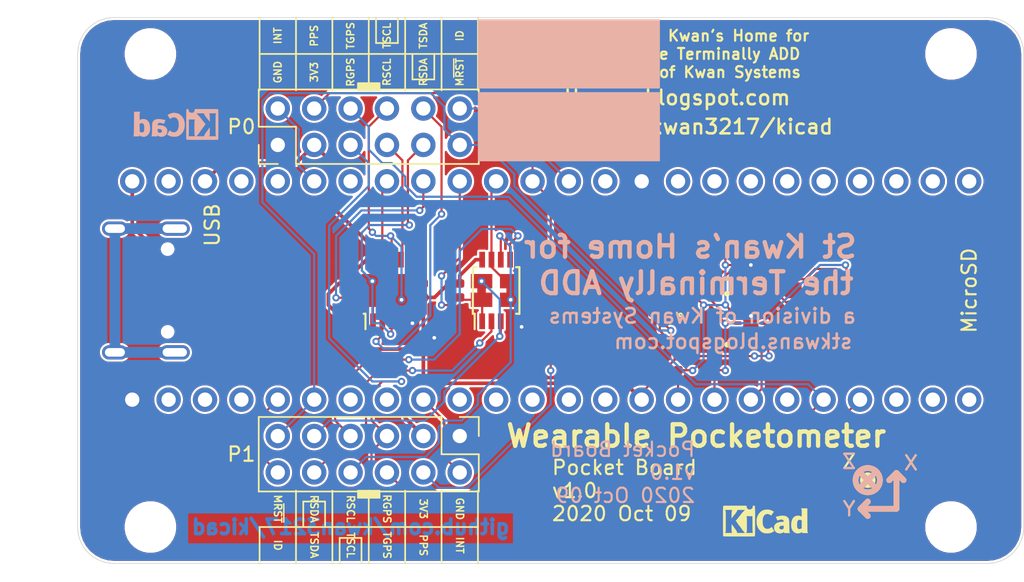
<source format=kicad_pcb>
(kicad_pcb (version 20171130) (host pcbnew 5.1.6-c6e7f7d~87~ubuntu18.04.1)
  (layers (0 F.Cu signal) (31 B.Cu signal) (34 B.Paste user) (35 F.Paste user) (36 B.SilkS user) (37 F.SilkS user) (38 B.Mask user) (39 F.Mask user) (44 Edge.Cuts user))
  (net 0 "")
  (net 1 GND)
  (net 2 /RX_GPS)
  (net 3 /TX_GPS)
  (net 4 /PPS)
  (net 5 +3V3)
  (net 6 +5V)
  (net 7 /P1_ID)
  (net 8 /MAG~RST)
  (net 9 /P1_TX_SDA)
  (net 10 /P1_RX_SDA)
  (net 11 /P1_TX_SCL)
  (net 12 /P1_RX_SCL)
  (net 13 /P0_ID)
  (net 14 /P0_TX_SDA)
  (net 15 /P0_RX_SDA)
  (net 16 /P0_TX_SCL)
  (net 17 /P0_RX_SCL)
  (net 18 /P0_INT)
  (net 19 /P2_SCL)
  (net 20 /P2_SDA)
  (net 21 /P1_SCL)
  (net 22 /P0_SDA)
  (net 23 /P1_SDA)
  (net 24 /P0_SCL)
  (net 25 /P1_INT)
  (net 26 /P2_INT)
  (net 27 "Net-(J1601-PadS1)")
  (net 28 "/USB C Power/CC2")
  (net 29 "Net-(J1601-PadA8)")
  (net 30 "Net-(J1601-PadB6)")
  (net 31 "Net-(J1601-PadA7)")
  (net 32 "Net-(J1601-PadA6)")
  (net 33 "Net-(J1601-PadB7)")
  (net 34 "/USB C Power/CC1")
  (net 35 "Net-(J1601-PadB8)")
  (net 36 "Net-(U101-Pad14)")
  (net 37 "Net-(U101-Pad11)")
  (net 38 "Net-(U101-Pad10)")
  (net 39 "Net-(U101-Pad9)")
  (net 40 "Net-(U101-Pad8)")
  (net 41 "Net-(U101-Pad7)")
  (net 42 "Net-(U101-Pad6)")
  (net 43 "Net-(U101-Pad4)")
  (net 44 "Net-(U101-Pad1)")
  (net 45 "Net-(U104-Pad31)")
  (net 46 "Net-(U104-Pad45)")
  (net 47 "Net-(U104-Pad30)")
  (net 48 "Net-(U104-Pad29)")
  (net 49 "Net-(U104-Pad26)")
  (net 50 "Net-(U104-Pad28)")
  (net 51 "Net-(U104-Pad27)")
  (net 52 "Net-(U104-Pad35)")
  (net 53 "Net-(U104-Pad25)")
  (net 54 "Net-(U104-Pad44)")
  (net 55 "Net-(U104-Pad47)")
  (net 56 "Net-(U104-Pad42)")
  (net 57 "Net-(U104-Pad33)")
  (net 58 "Net-(U104-Pad32)")
  (net 59 "Net-(U104-Pad7)")
  (net 60 "Net-(U104-Pad22)")
  (net 61 "Net-(U104-Pad2)")
  (net 62 "Net-(U104-Pad4)")
  (net 63 "Net-(U104-Pad3)")
  (net 64 "Net-(U104-Pad13)")
  (net 65 "Net-(U104-Pad11)")
  (net 66 "Net-(U104-Pad23)")
  (net 67 "Net-(U104-Pad24)")
  (net 68 "Net-(U104-Pad10)")
  (net 69 "Net-(U104-Pad19)")
  (net 70 "Net-(U104-Pad12)")
  (net 71 "Net-(U104-Pad14)")
  (net 72 "Net-(U104-Pad8)")
  (net 73 "Net-(U901-Pad9)")
  (net 74 "Net-(U901-Pad10)")
  (net 75 "Net-(U901-Pad11)")
  (net 76 "/Pocket 6DoF 1/INT")
  (net 77 "Net-(U1001-Pad9)")
  (net 78 "Net-(U1001-Pad10)")
  (net 79 "Net-(U1001-Pad11)")
  (module KwanSystems:GCTUSBTypeC_PTH (layer F.Cu) (at 73.66 107.95 270)
    (fp_text reference J1601 hide)
    (fp_text value USB_C_Receptacle_USB2.0)
    (pad "" np_thru_hole circle (at -2.89 -6.28 270) (size 0.65 0.65) (drill 0.65) (layers *.Cu *.Mask))
    (pad "" np_thru_hole circle (at 2.89 -6.28 270) (size 0.65 0.65) (drill 0.65) (layers *.Cu *.Mask))
    (pad A1 smd rect (at -3.2 -7.6425 270) (size 0.6 0.575) (layers F.Cu F.Paste F.Mask) (net 1 GND))
    (pad A12 smd rect (at 3.2 -7.6425 270) (size 0.6 0.575) (layers F.Cu F.Paste F.Mask) (net 1 GND))
    (pad B12 smd rect (at -3.2 -7.0675 270) (size 0.6 0.575) (layers F.Cu F.Paste F.Mask) (net 1 GND))
    (pad A4 smd rect (at -2.4 -7.6425 270) (size 0.6 0.575) (layers F.Cu F.Paste F.Mask) (net 6 +5V))
    (pad B9 smd rect (at -2.4 -7.0675 270) (size 0.6 0.575) (layers F.Cu F.Paste F.Mask) (net 6 +5V))
    (pad B8 smd rect (at -1.75 -7.355 270) (size 0.3 1.15) (layers F.Cu F.Paste F.Mask) (net 35 "Net-(J1601-PadB8)"))
    (pad A5 smd rect (at -1.25 -7.355 270) (size 0.3 1.15) (layers F.Cu F.Paste F.Mask) (net 34 "/USB C Power/CC1"))
    (pad B7 smd rect (at -0.75 -7.355 270) (size 0.3 1.15) (layers F.Cu F.Paste F.Mask) (net 33 "Net-(J1601-PadB7)"))
    (pad A6 smd rect (at -0.25 -7.355 270) (size 0.3 1.15) (layers F.Cu F.Paste F.Mask) (net 32 "Net-(J1601-PadA6)"))
    (pad A7 smd rect (at 0.25 -7.355 270) (size 0.3 1.15) (layers F.Cu F.Paste F.Mask) (net 31 "Net-(J1601-PadA7)"))
    (pad B6 smd rect (at 0.75 -7.355 270) (size 0.3 1.15) (layers F.Cu F.Paste F.Mask) (net 30 "Net-(J1601-PadB6)"))
    (pad A8 smd rect (at 1.25 -7.355 270) (size 0.3 1.15) (layers F.Cu F.Paste F.Mask) (net 29 "Net-(J1601-PadA8)"))
    (pad B5 smd rect (at 1.75 -7.355 270) (size 0.3 1.15) (layers F.Cu F.Paste F.Mask) (net 28 "/USB C Power/CC2"))
    (pad B4 smd rect (at 2.4 -7.0675 270) (size 0.6 0.575) (layers F.Cu F.Paste F.Mask) (net 6 +5V))
    (pad A9 smd rect (at 2.4 -7.6425 270) (size 0.6 0.575) (layers F.Cu F.Paste F.Mask) (net 6 +5V))
    (pad B1 smd rect (at 3.2 -7.0675 270) (size 0.6 0.575) (layers F.Cu F.Paste F.Mask) (net 1 GND))
    (pad S1 thru_hole oval (at -4.32 -6.78 270) (size 1 2.1) (drill oval 0.6 1.7) (layers *.Cu *.Mask) (net 27 "Net-(J1601-PadS1)"))
    (pad S1 thru_hole oval (at -4.32 -2.6 270) (size 1 1.8) (drill oval 0.6 1.4) (layers *.Cu *.Mask) (net 27 "Net-(J1601-PadS1)"))
    (pad S1 thru_hole oval (at 4.32 -2.6 270) (size 1 1.8) (drill oval 0.6 1.4) (layers *.Cu *.Mask) (net 27 "Net-(J1601-PadS1)"))
    (pad S1 thru_hole oval (at 4.32 -6.78 270) (size 1 2.1) (drill oval 0.6 1.7) (layers *.Cu *.Mask) (net 27 "Net-(J1601-PadS1)"))
  )
  (module Resistor_SMD:R_0402_1005Metric (layer F.Cu) (at 83.82 109.728)
    (fp_text reference R1602 hide)
    (fp_text value 5.1k)
    (pad 2 smd roundrect (at 0.485 0) (size 0.59 0.64) (layers F.Cu F.Paste F.Mask) (net 1 GND))
    (pad 1 smd roundrect (at -0.485 0) (size 0.59 0.64) (layers F.Cu F.Paste F.Mask) (net 28 "/USB C Power/CC2"))
  )
  (module Resistor_SMD:R_0402_1005Metric (layer F.Cu) (at 83.82 106.68)
    (fp_text reference R1601 hide)
    (fp_text value 5.1k)
    (pad 2 smd roundrect (at 0.485 0) (size 0.59 0.64) (layers F.Cu F.Paste F.Mask) (net 1 GND))
    (pad 1 smd roundrect (at -0.485 0) (size 0.59 0.64) (layers F.Cu F.Paste F.Mask) (net 34 "/USB C Power/CC1"))
  )
  (module KwanSystems:Symbol_KiCAD-Logo_CopperAndSilkScreenTop_small (layer F.Cu) (at 121.666 123.952)
    (fp_text reference G101 hide)
    (fp_text value DesignedWithKicad hide)
  )
  (module KwanSystems:Teensy2x24 (layer F.Cu) (at 77.47 115.57 90)
    (fp_text reference U104)
    (fp_text value Teensy4.1)
    (fp_text user MicroSD (at 7.62 58.42 90) (layer F.SilkS))
    (fp_text user USB (at 12.192 5.588 90) (layer F.SilkS))
    (pad 31 thru_hole oval (at 15.24 43.18 270) (size 1.7 1.7) (drill 1) (layers *.Cu *.Mask) (net 45 "Net-(U104-Pad31)"))
    (pad 45 thru_hole oval (at 15.24 7.62 270) (size 1.7 1.7) (drill 1) (layers *.Cu *.Mask) (net 46 "Net-(U104-Pad45)"))
    (pad 46 thru_hole oval (at 15.24 5.08 270) (size 1.7 1.7) (drill 1) (layers *.Cu *.Mask) (net 5 +3V3))
    (pad 30 thru_hole oval (at 15.24 45.72 270) (size 1.7 1.7) (drill 1) (layers *.Cu *.Mask) (net 47 "Net-(U104-Pad30)"))
    (pad 29 thru_hole oval (at 15.24 48.26 270) (size 1.7 1.7) (drill 1) (layers *.Cu *.Mask) (net 48 "Net-(U104-Pad29)"))
    (pad 26 thru_hole oval (at 15.24 55.88 270) (size 1.7 1.7) (drill 1) (layers *.Cu *.Mask) (net 49 "Net-(U104-Pad26)"))
    (pad 28 thru_hole oval (at 15.24 50.8 270) (size 1.7 1.7) (drill 1) (layers *.Cu *.Mask) (net 50 "Net-(U104-Pad28)"))
    (pad 27 thru_hole oval (at 15.24 53.34 270) (size 1.7 1.7) (drill 1) (layers *.Cu *.Mask) (net 51 "Net-(U104-Pad27)"))
    (pad 39 thru_hole oval (at 15.24 22.86 270) (size 1.7 1.7) (drill 1) (layers *.Cu *.Mask) (net 23 /P1_SDA))
    (pad 40 thru_hole oval (at 15.24 20.32 270) (size 1.7 1.7) (drill 1) (layers *.Cu *.Mask) (net 22 /P0_SDA))
    (pad 37 thru_hole oval (at 15.24 27.94 270) (size 1.7 1.7) (drill 1) (layers *.Cu *.Mask) (net 4 /PPS))
    (pad 35 thru_hole oval (at 15.24 33.02 270) (size 1.7 1.7) (drill 1) (layers *.Cu *.Mask) (net 52 "Net-(U104-Pad35)"))
    (pad 25 thru_hole circle (at 15.24 58.42 270) (size 1.7 1.7) (drill 1) (layers *.Cu *.Mask) (net 53 "Net-(U104-Pad25)"))
    (pad 41 thru_hole oval (at 15.24 17.78 270) (size 1.7 1.7) (drill 1) (layers *.Cu *.Mask) (net 24 /P0_SCL))
    (pad 44 thru_hole oval (at 15.24 10.16 270) (size 1.7 1.7) (drill 1) (layers *.Cu *.Mask) (net 54 "Net-(U104-Pad44)"))
    (pad 47 thru_hole oval (at 15.24 2.54 270) (size 1.7 1.7) (drill 1) (layers *.Cu *.Mask) (net 55 "Net-(U104-Pad47)"))
    (pad 48 thru_hole oval (at 15.24 0 270) (size 1.7 1.7) (drill 1) (layers *.Cu *.Mask) (net 6 +5V))
    (pad 42 thru_hole oval (at 15.24 15.24 270) (size 1.7 1.7) (drill 1) (layers *.Cu *.Mask) (net 56 "Net-(U104-Pad42)"))
    (pad 34 thru_hole oval (at 15.24 35.56 270) (size 1.7 1.7) (drill 1) (layers *.Cu *.Mask) (net 1 GND))
    (pad 43 thru_hole oval (at 15.24 12.7 270) (size 1.7 1.7) (drill 1) (layers *.Cu *.Mask) (net 18 /P0_INT))
    (pad 36 thru_hole oval (at 15.24 30.48 270) (size 1.7 1.7) (drill 1) (layers *.Cu *.Mask) (net 13 /P0_ID))
    (pad 38 thru_hole oval (at 15.24 25.4 270) (size 1.7 1.7) (drill 1) (layers *.Cu *.Mask) (net 21 /P1_SCL))
    (pad 33 thru_hole oval (at 15.24 38.1 270) (size 1.7 1.7) (drill 1) (layers *.Cu *.Mask) (net 57 "Net-(U104-Pad33)"))
    (pad 32 thru_hole oval (at 15.24 40.64 270) (size 1.7 1.7) (drill 1) (layers *.Cu *.Mask) (net 58 "Net-(U104-Pad32)"))
    (pad 7 thru_hole oval (at 0 15.24 90) (size 1.7 1.7) (drill 1) (layers *.Cu *.Mask) (net 59 "Net-(U104-Pad7)"))
    (pad 21 thru_hole oval (at 0 50.8 90) (size 1.7 1.7) (drill 1) (layers *.Cu *.Mask) (net 2 /RX_GPS))
    (pad 22 thru_hole oval (at 0 53.34 90) (size 1.7 1.7) (drill 1) (layers *.Cu *.Mask) (net 60 "Net-(U104-Pad22)"))
    (pad 6 thru_hole oval (at 0 12.7 90) (size 1.7 1.7) (drill 1) (layers *.Cu *.Mask) (net 8 /MAG~RST))
    (pad 5 thru_hole oval (at 0 10.16 90) (size 1.7 1.7) (drill 1) (layers *.Cu *.Mask) (net 7 /P1_ID))
    (pad 2 thru_hole oval (at 0 2.54 90) (size 1.7 1.7) (drill 1) (layers *.Cu *.Mask) (net 61 "Net-(U104-Pad2)"))
    (pad 4 thru_hole oval (at 0 7.62 90) (size 1.7 1.7) (drill 1) (layers *.Cu *.Mask) (net 62 "Net-(U104-Pad4)"))
    (pad 3 thru_hole oval (at 0 5.08 90) (size 1.7 1.7) (drill 1) (layers *.Cu *.Mask) (net 63 "Net-(U104-Pad3)"))
    (pad 15 thru_hole oval (at 0 35.56 90) (size 1.7 1.7) (drill 1) (layers *.Cu *.Mask) (net 5 +3V3))
    (pad 16 thru_hole oval (at 0 38.1 90) (size 1.7 1.7) (drill 1) (layers *.Cu *.Mask) (net 19 /P2_SCL))
    (pad 13 thru_hole oval (at 0 30.48 90) (size 1.7 1.7) (drill 1) (layers *.Cu *.Mask) (net 64 "Net-(U104-Pad13)"))
    (pad 11 thru_hole oval (at 0 25.4 90) (size 1.7 1.7) (drill 1) (layers *.Cu *.Mask) (net 65 "Net-(U104-Pad11)"))
    (pad 1 thru_hole rect (at 0 0 90) (size 1.7 1.7) (drill 1) (layers *.Cu *.Mask) (net 1 GND))
    (pad 17 thru_hole oval (at 0 40.64 90) (size 1.7 1.7) (drill 1) (layers *.Cu *.Mask) (net 20 /P2_SDA))
    (pad 20 thru_hole oval (at 0 48.26 90) (size 1.7 1.7) (drill 1) (layers *.Cu *.Mask) (net 3 /TX_GPS))
    (pad 23 thru_hole oval (at 0 55.88 90) (size 1.7 1.7) (drill 1) (layers *.Cu *.Mask) (net 66 "Net-(U104-Pad23)"))
    (pad 24 thru_hole oval (at 0 58.42 90) (size 1.7 1.7) (drill 1) (layers *.Cu *.Mask) (net 67 "Net-(U104-Pad24)"))
    (pad 18 thru_hole oval (at 0 43.18 90) (size 1.7 1.7) (drill 1) (layers *.Cu *.Mask) (net 26 /P2_INT))
    (pad 10 thru_hole oval (at 0 22.86 90) (size 1.7 1.7) (drill 1) (layers *.Cu *.Mask) (net 68 "Net-(U104-Pad10)"))
    (pad 19 thru_hole oval (at 0 45.72 90) (size 1.7 1.7) (drill 1) (layers *.Cu *.Mask) (net 69 "Net-(U104-Pad19)"))
    (pad 12 thru_hole oval (at 0 27.94 90) (size 1.7 1.7) (drill 1) (layers *.Cu *.Mask) (net 70 "Net-(U104-Pad12)"))
    (pad 14 thru_hole oval (at 0 33.02 90) (size 1.7 1.7) (drill 1) (layers *.Cu *.Mask) (net 71 "Net-(U104-Pad14)"))
    (pad 9 thru_hole oval (at 0 20.32 90) (size 1.7 1.7) (drill 1) (layers *.Cu *.Mask) (net 25 /P1_INT))
    (pad 8 thru_hole oval (at 0 17.78 90) (size 1.7 1.7) (drill 1) (layers *.Cu *.Mask) (net 72 "Net-(U104-Pad8)"))
  )
  (module Connector_PinHeader_2.54mm:PinHeader_2x06_P2.54mm_Vertical (layer F.Cu) (at 87.63 97.79 90)
    (fp_text reference J112 hide)
    (fp_text value Conn_02x06_Male)
    (pad 12 thru_hole oval (at 2.54 12.7 90) (size 1.7 1.7) (drill 1) (layers *.Cu *.Mask) (net 13 /P0_ID))
    (pad 11 thru_hole oval (at 0 12.7 90) (size 1.7 1.7) (drill 1) (layers *.Cu *.Mask) (net 8 /MAG~RST))
    (pad 10 thru_hole oval (at 2.54 10.16 90) (size 1.7 1.7) (drill 1) (layers *.Cu *.Mask) (net 14 /P0_TX_SDA))
    (pad 9 thru_hole oval (at 0 10.16 90) (size 1.7 1.7) (drill 1) (layers *.Cu *.Mask) (net 15 /P0_RX_SDA))
    (pad 8 thru_hole oval (at 2.54 7.62 90) (size 1.7 1.7) (drill 1) (layers *.Cu *.Mask) (net 16 /P0_TX_SCL))
    (pad 7 thru_hole oval (at 0 7.62 90) (size 1.7 1.7) (drill 1) (layers *.Cu *.Mask) (net 17 /P0_RX_SCL))
    (pad 6 thru_hole oval (at 2.54 5.08 90) (size 1.7 1.7) (drill 1) (layers *.Cu *.Mask) (net 3 /TX_GPS))
    (pad 5 thru_hole oval (at 0 5.08 90) (size 1.7 1.7) (drill 1) (layers *.Cu *.Mask) (net 2 /RX_GPS))
    (pad 4 thru_hole oval (at 2.54 2.54 90) (size 1.7 1.7) (drill 1) (layers *.Cu *.Mask) (net 4 /PPS))
    (pad 3 thru_hole oval (at 0 2.54 90) (size 1.7 1.7) (drill 1) (layers *.Cu *.Mask) (net 5 +3V3))
    (pad 2 thru_hole oval (at 2.54 0 90) (size 1.7 1.7) (drill 1) (layers *.Cu *.Mask) (net 18 /P0_INT))
    (pad 1 thru_hole rect (at 0 0 90) (size 1.7 1.7) (drill 1) (layers *.Cu *.Mask) (net 1 GND))
  )
  (module Connector_PinHeader_2.54mm:PinHeader_2x06_P2.54mm_Vertical (layer F.Cu) (at 100.33 118.11 270)
    (fp_text reference J102 hide)
    (fp_text value Conn_02x06_Male)
    (pad 12 thru_hole oval (at 2.54 12.7 270) (size 1.7 1.7) (drill 1) (layers *.Cu *.Mask) (net 7 /P1_ID))
    (pad 11 thru_hole oval (at 0 12.7 270) (size 1.7 1.7) (drill 1) (layers *.Cu *.Mask) (net 8 /MAG~RST))
    (pad 10 thru_hole oval (at 2.54 10.16 270) (size 1.7 1.7) (drill 1) (layers *.Cu *.Mask) (net 9 /P1_TX_SDA))
    (pad 9 thru_hole oval (at 0 10.16 270) (size 1.7 1.7) (drill 1) (layers *.Cu *.Mask) (net 10 /P1_RX_SDA))
    (pad 8 thru_hole oval (at 2.54 7.62 270) (size 1.7 1.7) (drill 1) (layers *.Cu *.Mask) (net 11 /P1_TX_SCL))
    (pad 7 thru_hole oval (at 0 7.62 270) (size 1.7 1.7) (drill 1) (layers *.Cu *.Mask) (net 12 /P1_RX_SCL))
    (pad 6 thru_hole oval (at 2.54 5.08 270) (size 1.7 1.7) (drill 1) (layers *.Cu *.Mask) (net 3 /TX_GPS))
    (pad 5 thru_hole oval (at 0 5.08 270) (size 1.7 1.7) (drill 1) (layers *.Cu *.Mask) (net 2 /RX_GPS))
    (pad 4 thru_hole oval (at 2.54 2.54 270) (size 1.7 1.7) (drill 1) (layers *.Cu *.Mask) (net 4 /PPS))
    (pad 3 thru_hole oval (at 0 2.54 270) (size 1.7 1.7) (drill 1) (layers *.Cu *.Mask) (net 5 +3V3))
    (pad 2 thru_hole oval (at 2.54 0 270) (size 1.7 1.7) (drill 1) (layers *.Cu *.Mask) (net 25 /P1_INT))
    (pad 1 thru_hole rect (at 0 0 270) (size 1.7 1.7) (drill 1) (layers *.Cu *.Mask) (net 1 GND))
  )
  (module Package_SO:TSSOP-8_3x3mm_P0.65mm (layer F.Cu) (at 95.25 107.95 90)
    (fp_text reference U112 hide)
    (fp_text value P82B96 hide)
    (pad 8 smd rect (at 2.15 -0.975 90) (size 1.1 0.4) (layers F.Cu F.Paste F.Mask) (net 5 +3V3))
    (pad 7 smd rect (at 2.15 -0.325 90) (size 1.1 0.4) (layers F.Cu F.Paste F.Mask) (net 24 /P0_SCL))
    (pad 6 smd rect (at 2.15 0.325 90) (size 1.1 0.4) (layers F.Cu F.Paste F.Mask) (net 16 /P0_TX_SCL))
    (pad 5 smd rect (at 2.15 0.975 90) (size 1.1 0.4) (layers F.Cu F.Paste F.Mask) (net 17 /P0_RX_SCL))
    (pad 4 smd rect (at -2.15 0.975 90) (size 1.1 0.4) (layers F.Cu F.Paste F.Mask) (net 1 GND))
    (pad 3 smd rect (at -2.15 0.325 90) (size 1.1 0.4) (layers F.Cu F.Paste F.Mask) (net 15 /P0_RX_SDA))
    (pad 2 smd rect (at -2.15 -0.325 90) (size 1.1 0.4) (layers F.Cu F.Paste F.Mask) (net 14 /P0_TX_SDA))
    (pad 1 smd rect (at -2.15 -0.975 90) (size 1.1 0.4) (layers F.Cu F.Paste F.Mask) (net 22 /P0_SDA))
  )
  (module KwanSystems:SolderJumper-2_Bridged (layer F.Cu) (at 96.266 107.95 90)
    (fp_text reference J117 hide)
    (fp_text value SolderJumper_2_Bridged hide)
    (fp_poly (pts (xy -0.25 -0.3) (xy 0.25 -0.3) (xy 0.25 0.3) (xy -0.25 0.3)) (layer F.Cu) (width 0))
    (pad 1 smd rect (at -0.65 0 90) (size 1 1.5) (layers F.Cu F.Mask) (net 16 /P0_TX_SCL))
    (pad 2 smd rect (at 0.65 0 90) (size 1 1.5) (layers F.Cu F.Mask) (net 24 /P0_SCL))
  )
  (module KwanSystems:SolderJumper-2_Bridged (layer F.Cu) (at 94.234 107.95 270)
    (fp_text reference J111 hide)
    (fp_text value SolderJumper_2_Bridged hide)
    (fp_poly (pts (xy -0.25 -0.3) (xy 0.25 -0.3) (xy 0.25 0.3) (xy -0.25 0.3)) (layer F.Cu) (width 0))
    (pad 1 smd rect (at -0.65 0 270) (size 1 1.5) (layers F.Cu F.Mask) (net 15 /P0_RX_SDA))
    (pad 2 smd rect (at 0.65 0 270) (size 1 1.5) (layers F.Cu F.Mask) (net 22 /P0_SDA))
  )
  (module KwanSystems:SolderJumper-2_Bridged (layer F.Cu) (at 103.886 107.95 90)
    (fp_text reference J107 hide)
    (fp_text value SolderJumper_2_Bridged hide)
    (fp_poly (pts (xy -0.25 -0.3) (xy 0.25 -0.3) (xy 0.25 0.3) (xy -0.25 0.3)) (layer F.Cu) (width 0))
    (pad 1 smd rect (at -0.65 0 90) (size 1 1.5) (layers F.Cu F.Mask) (net 11 /P1_TX_SCL))
    (pad 2 smd rect (at 0.65 0 90) (size 1 1.5) (layers F.Cu F.Mask) (net 21 /P1_SCL))
  )
  (module KwanSystems:SolderJumper-2_Bridged (layer F.Cu) (at 101.854 107.95 270)
    (fp_text reference J101 hide)
    (fp_text value SolderJumper_2_Bridged hide)
    (fp_poly (pts (xy -0.25 -0.3) (xy 0.25 -0.3) (xy 0.25 0.3) (xy -0.25 0.3)) (layer F.Cu) (width 0))
    (pad 1 smd rect (at -0.65 0 270) (size 1 1.5) (layers F.Cu F.Mask) (net 10 /P1_RX_SDA))
    (pad 2 smd rect (at 0.65 0 270) (size 1 1.5) (layers F.Cu F.Mask) (net 23 /P1_SDA))
  )
  (module Resistor_SMD:R_0402_1005Metric (layer F.Cu) (at 97.79 107.95 270)
    (fp_text reference R141 hide)
    (fp_text value 10k hide)
    (pad 2 smd roundrect (at 0.485 0 270) (size 0.59 0.64) (layers F.Cu F.Paste F.Mask) (net 5 +3V3))
    (pad 1 smd roundrect (at -0.485 0 270) (size 0.59 0.64) (layers F.Cu F.Paste F.Mask) (net 24 /P0_SCL))
  )
  (module Resistor_SMD:R_0402_1005Metric (layer F.Cu) (at 92.71 107.95 90)
    (fp_text reference R140 hide)
    (fp_text value 10k hide)
    (pad 2 smd roundrect (at 0.485 0 90) (size 0.59 0.64) (layers F.Cu F.Paste F.Mask) (net 5 +3V3))
    (pad 1 smd roundrect (at -0.485 0 90) (size 0.59 0.64) (layers F.Cu F.Paste F.Mask) (net 22 /P0_SDA))
  )
  (module Resistor_SMD:R_0402_1005Metric (layer F.Cu) (at 100.33 107.95 90)
    (fp_text reference R139 hide)
    (fp_text value 10k hide)
    (pad 2 smd roundrect (at 0.485 0 90) (size 0.59 0.64) (layers F.Cu F.Paste F.Mask) (net 5 +3V3))
    (pad 1 smd roundrect (at -0.485 0 90) (size 0.59 0.64) (layers F.Cu F.Paste F.Mask) (net 23 /P1_SDA))
  )
  (module Resistor_SMD:R_0402_1005Metric (layer F.Cu) (at 105.41 107.95 270)
    (fp_text reference R138 hide)
    (fp_text value 10k hide)
    (pad 2 smd roundrect (at 0.485 0 270) (size 0.59 0.64) (layers F.Cu F.Paste F.Mask) (net 5 +3V3))
    (pad 1 smd roundrect (at -0.485 0 270) (size 0.59 0.64) (layers F.Cu F.Paste F.Mask) (net 21 /P1_SCL))
  )
  (module Resistor_SMD:R_0402_1005Metric (layer F.Cu) (at 118.11 113.03 270)
    (fp_text reference R117 hide)
    (fp_text value 10k hide)
    (pad 2 smd roundrect (at 0.485 0 270) (size 0.59 0.64) (layers F.Cu F.Paste F.Mask) (net 20 /P2_SDA))
    (pad 1 smd roundrect (at -0.485 0 270) (size 0.59 0.64) (layers F.Cu F.Paste F.Mask) (net 5 +3V3))
  )
  (module Resistor_SMD:R_0402_1005Metric (layer F.Cu) (at 115.57 113.03 270)
    (fp_text reference R116 hide)
    (fp_text value 10k hide)
    (pad 2 smd roundrect (at 0.485 0 270) (size 0.59 0.64) (layers F.Cu F.Paste F.Mask) (net 19 /P2_SCL))
    (pad 1 smd roundrect (at -0.485 0 270) (size 0.59 0.64) (layers F.Cu F.Paste F.Mask) (net 5 +3V3))
  )
  (module KwanSystems:Axis (layer F.Cu) (at 130.81 123.19 90)
    (fp_text reference G105 hide)
    (fp_text value Axis hide)
    (fp_text user Z (at 3.302 -3.302 180) (layer B.SilkS) (effects (justify mirror)))
    (fp_text user Y (at 0 -3.302) (layer B.SilkS) (effects (justify mirror)))
    (fp_text user X (at 3.2 1.016 180) (layer B.SilkS) (effects (justify mirror)))
    (fp_text user Z (at 3.302 -3.302 180) (layer F.SilkS))
    (fp_text user X (at 3.2 1.016 180) (layer F.SilkS))
    (fp_text user Y (at 0 -3.302 180) (layer F.SilkS))
  )
  (module KwanSystems:StKwansSoldermask (layer B.Cu) (at 132.08 107.95 180)
    (fp_text reference G104 hide)
    (fp_text value KwanSystems hide)
    (fp_text user stkwans.blogspot.com (at 21.082 -3.556 unlocked) (layer B.SilkS) (effects (font (size 1.016 1.016) (thickness 0.1778)) (justify right mirror)))
    (fp_text user "a division of Kwan Systems" (at 25.654 -1.778 unlocked) (layer B.SilkS) (effects (font (size 1.016 1.016) (thickness 0.1778)) (justify right mirror)))
    (fp_text user "St Kwan's Home for" (at 27.432 3.048 unlocked) (layer B.SilkS) (effects (font (size 1.524 1.524) (thickness 0.3048)) (justify right mirror)))
    (fp_text user "the Terminally ADD" (at 26.416 0.508 unlocked) (layer B.SilkS) (effects (font (size 1.524 1.524) (thickness 0.3048)) (justify right mirror)))
  )
  (module KwanSystems:STANDOFF_NONPLATED (layer F.Cu) (at 134.62 91.44 90)
    (fp_text reference J129 hide)
    (fp_text value STANDOFF)
    (pad "" np_thru_hole circle (at 0 0 90) (size 3.302 3.302) (drill 3.302) (layers *.Cu *.Mask))
  )
  (module KwanSystems:STANDOFF_NONPLATED (layer F.Cu) (at 78.74 91.44 90)
    (fp_text reference J127 hide)
    (fp_text value STANDOFF)
    (pad "" np_thru_hole circle (at 0 0 90) (size 3.302 3.302) (drill 3.302) (layers *.Cu *.Mask))
  )
  (module KwanSystems:STANDOFF_NONPLATED (layer F.Cu) (at 134.62 124.46 90)
    (fp_text reference J125 hide)
    (fp_text value STANDOFF)
    (pad "" np_thru_hole circle (at 0 0 90) (size 3.302 3.302) (drill 3.302) (layers *.Cu *.Mask))
  )
  (module KwanSystems:STANDOFF_NONPLATED (layer F.Cu) (at 78.74 124.46 90)
    (fp_text reference J120 hide)
    (fp_text value STANDOFF)
    (pad "" np_thru_hole circle (at 0 0 90) (size 3.302 3.302) (drill 3.302) (layers *.Cu *.Mask))
  )
  (module KwanSystems:StKwansSoldermask (layer F.Cu) (at 128.27 93.98)
    (fp_text reference G102 hide)
    (fp_text value KwanSystems hide)
    (fp_text user github.com/kwan3217/kicad (at -24.13 2.54 unlocked) (layer F.SilkS) (effects (font (size 1.016 1.016) (thickness 0.1778)) (justify left)))
    (fp_text user stkwans.blogspot.com (at -21.59 0.508 unlocked) (layer F.SilkS) (effects (font (size 1.016 1.016) (thickness 0.1778)) (justify left)))
    (fp_text user "a division of Kwan Systems" (at -20.32 -1.27 unlocked) (layer F.SilkS) (effects (font (size 0.762 0.762) (thickness 0.1524)) (justify left)))
    (fp_text user "St Kwan's Home for" (at -15.24 -3.81 unlocked) (layer F.SilkS) (effects (font (size 0.762 0.762) (thickness 0.1524)) (justify left)))
    (fp_text user "the Terminally ADD" (at -15.24 -2.54 unlocked) (layer F.SilkS) (effects (font (size 0.762 0.762) (thickness 0.1524)) (justify left)))
  )
  (module KwanSystems:OSHW-Symbol_6.7x6mm_SolderMask (layer B.Cu) (at 84.328 107.696 180)
    (fp_text reference G103 hide)
    (fp_text value OSHW hide)
  )
  (module KwanSystems:Symbol_KiCAD-Logo_CopperAndSilkScreenTop_small (layer B.Cu) (at 80.518 96.266 180)
    (fp_text reference G101 hide)
    (fp_text value DesignedWithKicad hide)
  )
  (module Capacitor_SMD:C_0402_1005Metric (layer F.Cu) (at 124.968 107.95 270)
    (fp_text reference C1108 hide)
    (fp_text value 100nF hide)
    (pad 2 smd roundrect (at 0.485 0 270) (size 0.59 0.64) (layers F.Cu F.Paste F.Mask) (net 5 +3V3))
    (pad 1 smd roundrect (at -0.485 0 270) (size 0.59 0.64) (layers F.Cu F.Paste F.Mask) (net 1 GND))
  )
  (module Capacitor_SMD:C_0402_1005Metric (layer F.Cu) (at 129.032 107.95 90)
    (fp_text reference C1106 hide)
    (fp_text value 100nF hide)
    (pad 2 smd roundrect (at 0.485 0 90) (size 0.59 0.64) (layers F.Cu F.Paste F.Mask) (net 1 GND))
    (pad 1 smd roundrect (at -0.485 0 90) (size 0.59 0.64) (layers F.Cu F.Paste F.Mask) (net 5 +3V3))
  )
  (module Capacitor_SMD:C_0402_1005Metric (layer F.Cu) (at 122.936 105.41 180)
    (fp_text reference C1008 hide)
    (fp_text value 100nF hide)
    (pad 2 smd roundrect (at 0.485 0 180) (size 0.59 0.64) (layers F.Cu F.Paste F.Mask) (net 1 GND))
    (pad 1 smd roundrect (at -0.485 0 180) (size 0.59 0.64) (layers F.Cu F.Paste F.Mask) (net 5 +3V3))
  )
  (module Capacitor_SMD:C_0402_1005Metric (layer F.Cu) (at 122.936 106.426 180)
    (fp_text reference C1005 hide)
    (fp_text value 100nF hide)
    (pad 2 smd roundrect (at 0.485 0 180) (size 0.59 0.64) (layers F.Cu F.Paste F.Mask) (net 1 GND))
    (pad 1 smd roundrect (at -0.485 0 180) (size 0.59 0.64) (layers F.Cu F.Paste F.Mask) (net 5 +3V3))
  )
  (module Capacitor_SMD:C_0402_1005Metric (layer F.Cu) (at 122.936 108.966 180)
    (fp_text reference C908 hide)
    (fp_text value 100nF hide)
    (pad 2 smd roundrect (at 0.485 0 180) (size 0.59 0.64) (layers F.Cu F.Paste F.Mask) (net 1 GND))
    (pad 1 smd roundrect (at -0.485 0 180) (size 0.59 0.64) (layers F.Cu F.Paste F.Mask) (net 5 +3V3))
  )
  (module Capacitor_SMD:C_0402_1005Metric (layer F.Cu) (at 122.936 109.982 180)
    (fp_text reference C905 hide)
    (fp_text value 100nF hide)
    (pad 2 smd roundrect (at 0.485 0 180) (size 0.59 0.64) (layers F.Cu F.Paste F.Mask) (net 1 GND))
    (pad 1 smd roundrect (at -0.485 0 180) (size 0.59 0.64) (layers F.Cu F.Paste F.Mask) (net 5 +3V3))
  )
  (module KwanSystems:BME280 (layer F.Cu) (at 127 107.95 90)
    (fp_text reference U1101 hide)
    (fp_text value BME280 hide)
    (pad 6 smd rect (at -1.025 0.325 90) (size 0.5 0.35) (layers F.Cu F.Paste F.Mask) (net 5 +3V3))
    (pad 7 smd rect (at -1.025 -0.325 90) (size 0.5 0.35) (layers F.Cu F.Paste F.Mask) (net 1 GND))
    (pad 5 smd rect (at -1.025 0.975 90) (size 0.5 0.35) (layers F.Cu F.Paste F.Mask) (net 1 GND))
    (pad 4 smd rect (at 1.025 0.975 90) (size 0.5 0.35) (layers F.Cu F.Paste F.Mask) (net 19 /P2_SCL))
    (pad 1 smd rect (at 1.025 -0.975 90) (size 0.5 0.35) (layers F.Cu F.Paste F.Mask) (net 1 GND))
    (pad 3 smd rect (at 1.025 0.325 90) (size 0.5 0.35) (layers F.Cu F.Paste F.Mask) (net 20 /P2_SDA))
    (pad 8 smd rect (at -1.025 -0.975 90) (size 0.5 0.35) (layers F.Cu F.Paste F.Mask) (net 5 +3V3))
    (pad 2 smd rect (at 1.025 -0.325 90) (size 0.5 0.35) (layers F.Cu F.Paste F.Mask) (net 5 +3V3))
  )
  (module KwanSystems:LGA-14L (layer F.Cu) (at 120.65 106.172 90)
    (fp_text reference U1001)
    (fp_text value LSM6DSO hide)
    (pad 1 smd rect (at -1.1625 -0.75 90) (size 0.475 0.25) (layers F.Cu F.Paste F.Mask) (net 5 +3V3))
    (pad 2 smd rect (at -1.1625 -0.25 90) (size 0.475 0.25) (layers F.Cu F.Paste F.Mask) (net 1 GND))
    (pad 3 smd rect (at -1.1625 0.25 90) (size 0.475 0.25) (layers F.Cu F.Paste F.Mask) (net 1 GND))
    (pad 4 smd rect (at -1.1625 0.75 90) (size 0.475 0.25) (layers F.Cu F.Paste F.Mask) (net 76 "/Pocket 6DoF 1/INT"))
    (pad 5 smd rect (at -0.5 0.9125 180) (size 0.475 0.25) (layers F.Cu F.Paste F.Mask) (net 5 +3V3))
    (pad 6 smd rect (at 0 0.9125 180) (size 0.475 0.25) (layers F.Cu F.Paste F.Mask) (net 1 GND))
    (pad 7 smd rect (at 0.5 0.9125 180) (size 0.475 0.25) (layers F.Cu F.Paste F.Mask) (net 1 GND))
    (pad 8 smd rect (at 1.1625 0.75 270) (size 0.475 0.25) (layers F.Cu F.Paste F.Mask) (net 5 +3V3))
    (pad 9 smd rect (at 1.1625 0.25 270) (size 0.475 0.25) (layers F.Cu F.Paste F.Mask) (net 77 "Net-(U1001-Pad9)"))
    (pad 10 smd rect (at 1.1625 -0.25 270) (size 0.475 0.25) (layers F.Cu F.Paste F.Mask) (net 78 "Net-(U1001-Pad10)"))
    (pad 11 smd rect (at 1.1625 -0.75 270) (size 0.475 0.25) (layers F.Cu F.Paste F.Mask) (net 79 "Net-(U1001-Pad11)"))
    (pad 12 smd rect (at 0.5 -0.9125) (size 0.475 0.25) (layers F.Cu F.Paste F.Mask) (net 5 +3V3))
    (pad 13 smd rect (at 0 -0.9125) (size 0.475 0.25) (layers F.Cu F.Paste F.Mask) (net 19 /P2_SCL))
    (pad 14 smd rect (at -0.5 -0.9125) (size 0.475 0.25) (layers F.Cu F.Paste F.Mask) (net 20 /P2_SDA))
  )
  (module KwanSystems:LGA-14L (layer F.Cu) (at 120.65 109.728 90)
    (fp_text reference U901)
    (fp_text value LSM6DSO hide)
    (pad 1 smd rect (at -1.1625 -0.75 90) (size 0.475 0.25) (layers F.Cu F.Paste F.Mask) (net 1 GND))
    (pad 2 smd rect (at -1.1625 -0.25 90) (size 0.475 0.25) (layers F.Cu F.Paste F.Mask) (net 1 GND))
    (pad 3 smd rect (at -1.1625 0.25 90) (size 0.475 0.25) (layers F.Cu F.Paste F.Mask) (net 1 GND))
    (pad 4 smd rect (at -1.1625 0.75 90) (size 0.475 0.25) (layers F.Cu F.Paste F.Mask) (net 26 /P2_INT))
    (pad 5 smd rect (at -0.5 0.9125 180) (size 0.475 0.25) (layers F.Cu F.Paste F.Mask) (net 5 +3V3))
    (pad 6 smd rect (at 0 0.9125 180) (size 0.475 0.25) (layers F.Cu F.Paste F.Mask) (net 1 GND))
    (pad 7 smd rect (at 0.5 0.9125 180) (size 0.475 0.25) (layers F.Cu F.Paste F.Mask) (net 1 GND))
    (pad 8 smd rect (at 1.1625 0.75 270) (size 0.475 0.25) (layers F.Cu F.Paste F.Mask) (net 5 +3V3))
    (pad 9 smd rect (at 1.1625 0.25 270) (size 0.475 0.25) (layers F.Cu F.Paste F.Mask) (net 73 "Net-(U901-Pad9)"))
    (pad 10 smd rect (at 1.1625 -0.25 270) (size 0.475 0.25) (layers F.Cu F.Paste F.Mask) (net 74 "Net-(U901-Pad10)"))
    (pad 11 smd rect (at 1.1625 -0.75 270) (size 0.475 0.25) (layers F.Cu F.Paste F.Mask) (net 75 "Net-(U901-Pad11)"))
    (pad 12 smd rect (at 0.5 -0.9125) (size 0.475 0.25) (layers F.Cu F.Paste F.Mask) (net 5 +3V3))
    (pad 13 smd rect (at 0 -0.9125) (size 0.475 0.25) (layers F.Cu F.Paste F.Mask) (net 19 /P2_SCL))
    (pad 14 smd rect (at -0.5 -0.9125) (size 0.475 0.25) (layers F.Cu F.Paste F.Mask) (net 20 /P2_SDA))
  )
  (module KwanSystems:AK09970 (layer F.Cu) (at 114.046 107.95 90)
    (fp_text reference U101)
    (fp_text value AK09970)
    (pad 16 smd rect (at -1.5375 0.75) (size 0.3 0.575) (layers F.Cu F.Paste F.Mask) (net 8 /MAG~RST))
    (pad 15 smd rect (at -1.5375 0.25) (size 0.3 0.575) (layers F.Cu F.Paste F.Mask) (net 5 +3V3))
    (pad 14 smd rect (at -1.5375 -0.25) (size 0.3 0.575) (layers F.Cu F.Paste F.Mask) (net 36 "Net-(U101-Pad14)"))
    (pad 13 smd rect (at -1.5375 -0.75) (size 0.3 0.575) (layers F.Cu F.Paste F.Mask) (net 1 GND))
    (pad 12 smd rect (at -0.75 -1.5375 270) (size 0.3 0.575) (layers F.Cu F.Paste F.Mask) (net 1 GND))
    (pad 11 smd rect (at -0.25 -1.5375 270) (size 0.3 0.575) (layers F.Cu F.Paste F.Mask) (net 37 "Net-(U101-Pad11)"))
    (pad 10 smd rect (at 0.25 -1.5375 270) (size 0.3 0.575) (layers F.Cu F.Paste F.Mask) (net 38 "Net-(U101-Pad10)"))
    (pad 9 smd rect (at 0.75 -1.5375 270) (size 0.3 0.575) (layers F.Cu F.Paste F.Mask) (net 39 "Net-(U101-Pad9)"))
    (pad 8 smd rect (at 1.5375 -0.75 180) (size 0.3 0.575) (layers F.Cu F.Paste F.Mask) (net 40 "Net-(U101-Pad8)"))
    (pad 7 smd rect (at 1.5375 -0.25 180) (size 0.3 0.575) (layers F.Cu F.Paste F.Mask) (net 41 "Net-(U101-Pad7)"))
    (pad 6 smd rect (at 1.5375 0.25 180) (size 0.3 0.575) (layers F.Cu F.Paste F.Mask) (net 42 "Net-(U101-Pad6)"))
    (pad 5 smd rect (at 1.5375 0.75 180) (size 0.3 0.575) (layers F.Cu F.Paste F.Mask) (net 20 /P2_SDA))
    (pad 4 smd rect (at 0.75 1.5375 90) (size 0.3 0.575) (layers F.Cu F.Paste F.Mask) (net 43 "Net-(U101-Pad4)"))
    (pad 3 smd rect (at 0.25 1.5375 90) (size 0.3 0.575) (layers F.Cu F.Paste F.Mask) (net 19 /P2_SCL))
    (pad 2 smd rect (at -0.25 1.5375 90) (size 0.3 0.575) (layers F.Cu F.Paste F.Mask) (net 5 +3V3))
    (pad 1 smd rect (at -0.75 1.5375 90) (size 0.3 0.575) (layers F.Cu F.Paste F.Mask) (net 44 "Net-(U101-Pad1)"))
  )
  (module Package_SO:TSSOP-8_3x3mm_P0.65mm (layer F.Cu) (at 102.87 107.95 90)
    (fp_text reference U102 hide)
    (fp_text value P82B96 hide)
    (pad 8 smd rect (at 2.15 -0.975 90) (size 1.1 0.4) (layers F.Cu F.Paste F.Mask) (net 5 +3V3))
    (pad 7 smd rect (at 2.15 -0.325 90) (size 1.1 0.4) (layers F.Cu F.Paste F.Mask) (net 21 /P1_SCL))
    (pad 6 smd rect (at 2.15 0.325 90) (size 1.1 0.4) (layers F.Cu F.Paste F.Mask) (net 11 /P1_TX_SCL))
    (pad 5 smd rect (at 2.15 0.975 90) (size 1.1 0.4) (layers F.Cu F.Paste F.Mask) (net 12 /P1_RX_SCL))
    (pad 4 smd rect (at -2.15 0.975 90) (size 1.1 0.4) (layers F.Cu F.Paste F.Mask) (net 1 GND))
    (pad 3 smd rect (at -2.15 0.325 90) (size 1.1 0.4) (layers F.Cu F.Paste F.Mask) (net 10 /P1_RX_SDA))
    (pad 2 smd rect (at -2.15 -0.325 90) (size 1.1 0.4) (layers F.Cu F.Paste F.Mask) (net 9 /P1_TX_SDA))
    (pad 1 smd rect (at -2.15 -0.975 90) (size 1.1 0.4) (layers F.Cu F.Paste F.Mask) (net 23 /P1_SDA))
  )
  (gr_poly (pts (xy 114.3 98.933) (xy 101.6 98.933) (xy 101.6 94.107) (xy 114.3 94.107)) (layer B.SilkS) (width 0))
  (gr_poly (pts (xy 114.3 93.853) (xy 101.6 93.853) (xy 101.6 89.027) (xy 114.3 89.027)) (layer B.SilkS) (width 0))
  (gr_poly (pts (xy 94.742 122.428) (xy 93.218 122.428) (xy 93.218 121.92) (xy 94.742 121.92)) (layer F.SilkS) (width 0.1))
  (gr_poly (pts (xy 94.742 93.98) (xy 93.218 93.98) (xy 93.218 93.472) (xy 94.742 93.472)) (layer F.SilkS) (width 0.1))
  (gr_line (start 93.98 121.92) (end 93.98 127) (layer F.SilkS) (width 0.12))
  (gr_line (start 91.948 125.222) (end 91.948 127) (layer F.SilkS) (width 0.12))
  (gr_line (start 90.932 122.682) (end 89.408 122.682) (layer F.SilkS) (width 0.12))
  (gr_text 3V3 (at 97.79 123.19 270) (layer F.SilkS) (effects (font (size 0.508 0.508) (thickness 0.1016))))
  (gr_line (start 90.932 124.46) (end 90.932 122.682) (layer F.SilkS) (width 0.12))
  (gr_text RGPS (at 95.25 123.19 270) (layer F.SilkS) (effects (font (size 0.508 0.508) (thickness 0.1016))))
  (gr_text RSCL (at 92.71 123.19 270) (layer F.SilkS) (effects (font (size 0.508 0.508) (thickness 0.1016))))
  (gr_text ID (at 87.63 125.73 270) (layer F.SilkS) (effects (font (size 0.508 0.508) (thickness 0.1016))))
  (gr_text TGPS (at 95.25 125.73 270) (layer F.SilkS) (effects (font (size 0.508 0.508) (thickness 0.1016))))
  (gr_text GND (at 100.33 123.19 270) (layer F.SilkS) (effects (font (size 0.508 0.508) (thickness 0.1016))))
  (gr_line (start 89.408 122.682) (end 89.408 124.46) (layer F.SilkS) (width 0.12))
  (gr_line (start 93.472 127) (end 93.472 125.222) (layer F.SilkS) (width 0.12))
  (gr_text M~RST (at 87.63 123.19 270) (layer F.SilkS) (effects (font (size 0.508 0.508) (thickness 0.1016))))
  (gr_text RSDA (at 90.17 123.19 270) (layer F.SilkS) (effects (font (size 0.508 0.508) (thickness 0.1016))))
  (gr_text TSDA (at 90.17 125.73 270) (layer F.SilkS) (effects (font (size 0.508 0.508) (thickness 0.1016))))
  (gr_text PPS (at 97.79 125.73 270) (layer F.SilkS) (effects (font (size 0.508 0.508) (thickness 0.1016))))
  (gr_line (start 91.44 121.92) (end 91.44 127) (layer F.SilkS) (width 0.12))
  (gr_line (start 93.472 125.222) (end 91.948 125.222) (layer F.SilkS) (width 0.12))
  (gr_text INT (at 100.33 125.73 270) (layer F.SilkS) (effects (font (size 0.508 0.508) (thickness 0.1016))))
  (gr_line (start 101.6 124.46) (end 86.36 124.46) (layer F.SilkS) (width 0.12))
  (gr_line (start 99.06 121.92) (end 99.06 127) (layer F.SilkS) (width 0.12))
  (gr_line (start 88.9 121.92) (end 88.9 127) (layer F.SilkS) (width 0.12))
  (gr_line (start 101.6 127) (end 101.6 121.92) (layer F.SilkS) (width 0.12))
  (gr_line (start 96.52 121.92) (end 96.52 127) (layer F.SilkS) (width 0.12))
  (gr_line (start 86.36 124.46) (end 86.36 127) (layer F.SilkS) (width 0.12))
  (gr_text TSCL (at 92.71 125.73 270) (layer F.SilkS) (effects (font (size 0.508 0.508) (thickness 0.1016))))
  (gr_text github.com/kwan3217/kicad (at 92.71 124.46) (layer B.Cu) (effects (font (size 1.016 1.016) (thickness 0.254)) (justify mirror)))
  (gr_line (start 97.028 93.218) (end 98.552 93.218) (layer F.SilkS) (width 0.12))
  (gr_line (start 97.028 91.44) (end 97.028 93.218) (layer F.SilkS) (width 0.12))
  (gr_line (start 98.552 93.218) (end 98.552 91.44) (layer F.SilkS) (width 0.12))
  (gr_line (start 94.488 90.678) (end 96.012 90.678) (layer F.SilkS) (width 0.12))
  (gr_line (start 94.488 88.9) (end 94.488 90.678) (layer F.SilkS) (width 0.12))
  (gr_line (start 96.012 90.678) (end 96.012 88.9) (layer F.SilkS) (width 0.12))
  (gr_text P1 (at 85.09 119.38) (layer F.SilkS) (effects (font (size 1 1))))
  (gr_text P0 (at 85.09 96.52) (layer F.SilkS) (effects (font (size 1 1))))
  (gr_line (start 86.36 88.9) (end 86.36 93.98) (layer F.SilkS) (width 0.12))
  (gr_line (start 101.6 93.98) (end 101.6 88.9) (layer F.SilkS) (width 0.12))
  (gr_line (start 99.06 93.98) (end 99.06 88.9) (layer F.SilkS) (width 0.12))
  (gr_line (start 96.52 93.98) (end 96.52 88.9) (layer F.SilkS) (width 0.12))
  (gr_line (start 93.98 93.98) (end 93.98 88.9) (layer F.SilkS) (width 0.12))
  (gr_line (start 91.44 93.98) (end 91.44 88.9) (layer F.SilkS) (width 0.12))
  (gr_line (start 88.9 93.98) (end 88.9 88.9) (layer F.SilkS) (width 0.12))
  (gr_line (start 86.36 91.44) (end 101.6 91.44) (layer F.SilkS) (width 0.12))
  (gr_text TSDA (at 97.79 90.17 90) (layer F.SilkS) (effects (font (size 0.508 0.508) (thickness 0.1016))))
  (gr_text TSCL (at 95.25 90.17 90) (layer F.SilkS) (effects (font (size 0.508 0.508) (thickness 0.1016))))
  (gr_text ID (at 100.33 90.17 90) (layer F.SilkS) (effects (font (size 0.508 0.508) (thickness 0.1016))))
  (gr_text INT (at 87.63 90.17 90) (layer F.SilkS) (effects (font (size 0.508 0.508) (thickness 0.1016))))
  (gr_text PPS (at 90.17 90.17 90) (layer F.SilkS) (effects (font (size 0.508 0.508) (thickness 0.1016))))
  (gr_text TGPS (at 92.71 90.17 90) (layer F.SilkS) (effects (font (size 0.508 0.508) (thickness 0.1016))))
  (gr_text M~RST (at 100.33 92.71 90) (layer F.SilkS) (effects (font (size 0.508 0.508) (thickness 0.1016))))
  (gr_text RSDA (at 97.79 92.71 90) (layer F.SilkS) (effects (font (size 0.508 0.508) (thickness 0.1016))))
  (gr_text RSCL (at 95.25 92.71 90) (layer F.SilkS) (effects (font (size 0.508 0.508) (thickness 0.1016))))
  (gr_text RGPS (at 92.71 92.71 90) (layer F.SilkS) (effects (font (size 0.508 0.508) (thickness 0.1016))))
  (gr_text 3V3 (at 90.17 92.71 90) (layer F.SilkS) (effects (font (size 0.508 0.508) (thickness 0.1016))))
  (gr_text GND (at 87.63 92.71 90) (layer F.SilkS) (effects (font (size 0.508 0.508) (thickness 0.1016))))
  (gr_text "Pocket Board\nv1.0\n2020 Oct 09" (at 116.84 120.65) (layer B.SilkS) (effects (font (size 1 1)) (justify left mirror)))
  (gr_text "Pocket Board\nv1.0\n2020 Oct 09" (at 106.68 121.92) (layer F.SilkS) (effects (font (size 1 1)) (justify left)))
  (gr_text "Wearable Pocketometer" (at 116.84 118.11) (layer F.SilkS) (effects (font (size 1.5 1.5) (thickness 0.3))))
  (gr_line (start 76.2 88.9) (end 137.16 88.9) (layer Edge.Cuts) (width 0.05))
  (gr_arc (start 76.2 124.46) (end 73.66 124.46) (angle -90) (layer Edge.Cuts) (width 0.05))
  (gr_arc (start 76.2 91.44) (end 76.2 88.9) (angle -90) (layer Edge.Cuts) (width 0.05))
  (gr_arc (start 137.16 91.44) (end 139.7 91.44) (angle -90) (layer Edge.Cuts) (width 0.05))
  (gr_arc (start 137.16 124.46) (end 137.16 127) (angle -90) (layer Edge.Cuts) (width 0.05))
  (gr_line (start 76.2 127) (end 137.16 127) (layer Edge.Cuts) (width 0.05))
  (gr_line (start 73.66 91.44) (end 73.66 124.46) (layer Edge.Cuts) (width 0.05))
  (gr_line (start 139.7 124.46) (end 139.7 91.44) (layer Edge.Cuts) (width 0.05))
  (via (at 104.648 110.49) (size 0.508) (drill 0.254) (layers F.Cu B.Cu) (net 1))
  (via (at 120.65 109.728) (size 0.508) (drill 0.254) (layers F.Cu B.Cu) (net 1))
  (via (at 120.65 106.172) (size 0.508) (drill 0.254) (layers F.Cu B.Cu) (net 1))
  (via (at 98.552 111.252) (size 0.508) (drill 0.254) (layers F.Cu B.Cu) (net 1))
  (via (at 97.028 110.236) (size 0.508) (drill 0.254) (layers F.Cu B.Cu) (net 1))
  (segment (start 94.171399 119.188601) (end 95.25 118.11) (width 0.1524) (layer F.Cu) (net 2))
  (segment (start 94.171399 121.167729) (end 94.171399 119.188601) (width 0.1524) (layer F.Cu) (net 2))
  (segment (start 123.444 120.396) (end 121.50178 122.33822) (width 0.1524) (layer F.Cu) (net 2))
  (segment (start 128.27 115.57) (end 123.444 120.396) (width 0.1524) (layer F.Cu) (net 2))
  (segment (start 95.341889 122.338219) (end 94.832835 121.829165) (width 0.1524) (layer F.Cu) (net 2))
  (segment (start 121.501781 122.338219) (end 95.341889 122.338219) (width 0.1524) (layer F.Cu) (net 2))
  (segment (start 123.444 120.396) (end 121.501781 122.338219) (width 0.1524) (layer F.Cu) (net 2))
  (segment (start 95.34189 122.33822) (end 94.832835 121.829165) (width 0.1524) (layer F.Cu) (net 2))
  (segment (start 94.832835 121.829165) (end 94.171399 121.167729) (width 0.1524) (layer F.Cu) (net 2))
  (segment (start 91.211399 105.840219) (end 91.211399 106.146601) (width 0.1524) (layer B.Cu) (net 2))
  (segment (start 96.266 114.3) (end 94.234 114.3) (width 0.1524) (layer B.Cu) (net 2))
  (segment (start 91.211399 111.277399) (end 91.211399 109.194601) (width 0.1524) (layer B.Cu) (net 2))
  (segment (start 94.234 114.3) (end 91.211399 111.277399) (width 0.1524) (layer B.Cu) (net 2))
  (segment (start 91.211399 106.146601) (end 91.211399 109.194601) (width 0.1524) (layer B.Cu) (net 2))
  (segment (start 91.211399 109.194601) (end 91.211399 109.245399) (width 0.1524) (layer B.Cu) (net 2))
  (via (at 96.266 114.3) (size 0.508) (drill 0.254) (layers F.Cu B.Cu) (net 2))
  (segment (start 95.25 118.11) (end 94.171399 117.031399) (width 0.1524) (layer F.Cu) (net 2))
  (segment (start 94.92367 114.3) (end 96.266 114.3) (width 0.1524) (layer F.Cu) (net 2))
  (segment (start 94.171399 115.052271) (end 94.92367 114.3) (width 0.1524) (layer F.Cu) (net 2))
  (segment (start 94.171399 117.031399) (end 94.171399 115.052271) (width 0.1524) (layer F.Cu) (net 2))
  (segment (start 93.98 99.06) (end 93.98 100.65633) (width 0.1524) (layer B.Cu) (net 2))
  (segment (start 93.98 100.65633) (end 91.211399 103.424931) (width 0.1524) (layer B.Cu) (net 2))
  (segment (start 92.71 97.79) (end 93.98 99.06) (width 0.1524) (layer B.Cu) (net 2))
  (segment (start 91.211399 103.424931) (end 91.211399 103.657399) (width 0.1524) (layer B.Cu) (net 2))
  (segment (start 91.211399 103.657399) (end 91.211399 106.146601) (width 0.1524) (layer B.Cu) (net 2))
  (segment (start 119.26659 122.03341) (end 121.92 119.38) (width 0.1524) (layer F.Cu) (net 3))
  (segment (start 95.25 120.65) (end 96.63341 122.03341) (width 0.1524) (layer F.Cu) (net 3))
  (segment (start 96.63341 122.03341) (end 119.26659 122.03341) (width 0.1524) (layer F.Cu) (net 3))
  (segment (start 125.73 115.57) (end 121.92 119.38) (width 0.1524) (layer F.Cu) (net 3))
  (segment (start 116.825149 114.491399) (end 116.482875 114.149125) (width 0.1524) (layer B.Cu) (net 3))
  (segment (start 124.651399 114.491399) (end 116.825149 114.491399) (width 0.1524) (layer B.Cu) (net 3))
  (segment (start 125.73 115.57) (end 124.651399 114.491399) (width 0.1524) (layer B.Cu) (net 3))
  (segment (start 96.52 100.00367) (end 96.52 100.609202) (width 0.1524) (layer B.Cu) (net 3))
  (segment (start 94.92367 99.06) (end 95.57633 99.06) (width 0.1524) (layer B.Cu) (net 3))
  (segment (start 92.71 95.25) (end 93.98 96.52) (width 0.1524) (layer B.Cu) (net 3))
  (segment (start 93.98 96.52) (end 93.98 98.11633) (width 0.1524) (layer B.Cu) (net 3))
  (segment (start 95.57633 99.06) (end 96.52 100.00367) (width 0.1524) (layer B.Cu) (net 3))
  (segment (start 93.98 98.11633) (end 94.92367 99.06) (width 0.1524) (layer B.Cu) (net 3))
  (segment (start 97.319399 101.408601) (end 103.742351 101.408601) (width 0.1524) (layer B.Cu) (net 3))
  (segment (start 103.742351 101.408601) (end 104.671875 102.338125) (width 0.1524) (layer B.Cu) (net 3))
  (segment (start 96.52 100.609202) (end 97.319399 101.408601) (width 0.1524) (layer B.Cu) (net 3))
  (segment (start 104.671875 102.338125) (end 116.482875 114.149125) (width 0.1524) (layer B.Cu) (net 3))
  (segment (start 91.248601 94.171399) (end 100.847729 94.171399) (width 0.1524) (layer F.Cu) (net 4))
  (segment (start 105.41 98.73367) (end 105.41 100.33) (width 0.1524) (layer F.Cu) (net 4))
  (segment (start 100.847729 94.171399) (end 105.41 98.73367) (width 0.1524) (layer F.Cu) (net 4))
  (segment (start 90.17 95.25) (end 91.248601 94.171399) (width 0.1524) (layer F.Cu) (net 4))
  (via (at 106.68 113.538) (size 0.508) (drill 0.254) (layers F.Cu B.Cu) (net 4))
  (segment (start 105.41 100.33) (end 106.68 101.6) (width 0.1524) (layer F.Cu) (net 4))
  (segment (start 106.68 101.6) (end 106.68 113.538) (width 0.1524) (layer F.Cu) (net 4))
  (segment (start 100.847729 121.728601) (end 98.868601 121.728601) (width 0.1524) (layer B.Cu) (net 4))
  (segment (start 98.868601 121.728601) (end 97.79 120.65) (width 0.1524) (layer B.Cu) (net 4))
  (segment (start 106.68 115.89633) (end 100.847729 121.728601) (width 0.1524) (layer B.Cu) (net 4))
  (segment (start 106.68 113.538) (end 106.68 115.89633) (width 0.1524) (layer B.Cu) (net 4))
  (segment (start 114.296 110.756) (end 114.296 109.4875) (width 0.1524) (layer F.Cu) (net 5))
  (segment (start 116.099601 108.276201) (end 116.099601 110.976399) (width 0.1524) (layer F.Cu) (net 5))
  (segment (start 116.0234 108.2) (end 116.099601 108.276201) (width 0.1524) (layer F.Cu) (net 5))
  (segment (start 116.099601 110.976399) (end 115.308 111.768) (width 0.1524) (layer F.Cu) (net 5))
  (segment (start 115.5835 108.2) (end 116.0234 108.2) (width 0.1524) (layer F.Cu) (net 5))
  (segment (start 115.308 111.768) (end 114.296 110.756) (width 0.1524) (layer F.Cu) (net 5))
  (segment (start 125.485 108.435) (end 126.025 108.975) (width 0.1524) (layer F.Cu) (net 5))
  (segment (start 124.968 108.435) (end 125.485 108.435) (width 0.1524) (layer F.Cu) (net 5))
  (segment (start 127.248799 109.453601) (end 127.325 109.3774) (width 0.1524) (layer F.Cu) (net 5))
  (segment (start 126.101201 109.453601) (end 127.248799 109.453601) (width 0.1524) (layer F.Cu) (net 5))
  (segment (start 126.025 109.3774) (end 126.101201 109.453601) (width 0.1524) (layer F.Cu) (net 5))
  (segment (start 127.325 109.3774) (end 127.325 108.975) (width 0.1524) (layer F.Cu) (net 5))
  (segment (start 126.025 108.975) (end 126.025 109.3774) (width 0.1524) (layer F.Cu) (net 5))
  (segment (start 128.332881 109.453601) (end 127.248799 109.453601) (width 0.1524) (layer F.Cu) (net 5))
  (segment (start 129.032 108.754482) (end 128.332881 109.453601) (width 0.1524) (layer F.Cu) (net 5))
  (segment (start 129.032 108.435) (end 129.032 108.754482) (width 0.1524) (layer F.Cu) (net 5))
  (segment (start 124.41939 107.88639) (end 124.968 108.435) (width 0.1524) (layer F.Cu) (net 5))
  (segment (start 124.41939 107.16171) (end 124.41939 107.88639) (width 0.1524) (layer F.Cu) (net 5))
  (segment (start 125.134701 106.446399) (end 124.41939 107.16171) (width 0.1524) (layer F.Cu) (net 5))
  (segment (start 126.598799 106.446399) (end 125.134701 106.446399) (width 0.1524) (layer F.Cu) (net 5))
  (segment (start 126.675 106.5226) (end 126.598799 106.446399) (width 0.1524) (layer F.Cu) (net 5))
  (segment (start 126.675 106.925) (end 126.675 106.5226) (width 0.1524) (layer F.Cu) (net 5))
  (segment (start 123.421 105.41) (end 123.421 106.426) (width 0.1524) (layer F.Cu) (net 5))
  (segment (start 121.54811 104.86139) (end 121.4 105.0095) (width 0.1524) (layer F.Cu) (net 5))
  (segment (start 122.87239 104.86139) (end 121.54811 104.86139) (width 0.1524) (layer F.Cu) (net 5))
  (segment (start 123.421 105.41) (end 122.87239 104.86139) (width 0.1524) (layer F.Cu) (net 5))
  (segment (start 121.86511 106.97461) (end 121.5625 106.672) (width 0.1524) (layer F.Cu) (net 5))
  (segment (start 122.87239 106.97461) (end 121.86511 106.97461) (width 0.1524) (layer F.Cu) (net 5))
  (segment (start 123.421 106.426) (end 122.87239 106.97461) (width 0.1524) (layer F.Cu) (net 5))
  (segment (start 121.54811 108.41739) (end 121.4 108.5655) (width 0.1524) (layer F.Cu) (net 5))
  (segment (start 122.75429 108.41739) (end 121.54811 108.41739) (width 0.1524) (layer F.Cu) (net 5))
  (segment (start 123.3029 108.966) (end 122.75429 108.41739) (width 0.1524) (layer F.Cu) (net 5))
  (segment (start 123.421 108.966) (end 123.3029 108.966) (width 0.1524) (layer F.Cu) (net 5))
  (segment (start 121.86511 110.53061) (end 121.5625 110.228) (width 0.1524) (layer F.Cu) (net 5))
  (segment (start 122.75429 110.53061) (end 121.86511 110.53061) (width 0.1524) (layer F.Cu) (net 5))
  (segment (start 123.421 109.982) (end 123.3029 109.982) (width 0.1524) (layer F.Cu) (net 5))
  (segment (start 123.3029 109.982) (end 122.75429 110.53061) (width 0.1524) (layer F.Cu) (net 5))
  (segment (start 122.75429 107.09271) (end 122.87239 106.97461) (width 0.1524) (layer F.Cu) (net 5))
  (segment (start 122.75429 108.41739) (end 122.75429 107.09271) (width 0.1524) (layer F.Cu) (net 5))
  (segment (start 123.421 109.982) (end 123.421 108.966) (width 0.1524) (layer F.Cu) (net 5))
  (segment (start 121.4 108.291518) (end 121.4 108.5655) (width 0.1524) (layer F.Cu) (net 5))
  (segment (start 119.546399 108.145119) (end 119.592119 108.099399) (width 0.1524) (layer F.Cu) (net 5))
  (segment (start 119.546399 109.036899) (end 119.546399 108.145119) (width 0.1524) (layer F.Cu) (net 5))
  (segment (start 121.207881 108.099399) (end 121.4 108.291518) (width 0.1524) (layer F.Cu) (net 5))
  (segment (start 119.7375 109.228) (end 119.546399 109.036899) (width 0.1524) (layer F.Cu) (net 5))
  (segment (start 119.9 107.3345) (end 119.9 107.982798) (width 0.1524) (layer F.Cu) (net 5))
  (segment (start 119.9 107.982798) (end 119.783399 108.099399) (width 0.1524) (layer F.Cu) (net 5))
  (segment (start 119.592119 108.099399) (end 119.783399 108.099399) (width 0.1524) (layer F.Cu) (net 5))
  (segment (start 119.783399 108.099399) (end 121.207881 108.099399) (width 0.1524) (layer F.Cu) (net 5))
  (segment (start 119.546399 105.480899) (end 119.7375 105.672) (width 0.1524) (layer F.Cu) (net 5))
  (segment (start 119.546399 104.589119) (end 119.546399 105.480899) (width 0.1524) (layer F.Cu) (net 5))
  (segment (start 119.592119 104.543399) (end 119.546399 104.589119) (width 0.1524) (layer F.Cu) (net 5))
  (segment (start 121.323799 104.543399) (end 119.592119 104.543399) (width 0.1524) (layer F.Cu) (net 5))
  (segment (start 121.4 104.6196) (end 121.323799 104.543399) (width 0.1524) (layer F.Cu) (net 5))
  (segment (start 121.4 105.0095) (end 121.4 104.6196) (width 0.1524) (layer F.Cu) (net 5))
  (segment (start 123.83671 107.16171) (end 124.41939 107.16171) (width 0.1524) (layer F.Cu) (net 5))
  (segment (start 123.421 106.746) (end 123.83671 107.16171) (width 0.1524) (layer F.Cu) (net 5))
  (segment (start 123.421 106.426) (end 123.421 106.746) (width 0.1524) (layer F.Cu) (net 5))
  (via (at 120.904 112.522) (size 0.508) (drill 0.254) (layers F.Cu B.Cu) (net 5))
  (segment (start 120.904 112.522) (end 121.92 112.522) (width 0.1524) (layer B.Cu) (net 5))
  (via (at 121.92 112.522) (size 0.508) (drill 0.254) (layers F.Cu B.Cu) (net 5))
  (segment (start 121.86511 112.46711) (end 121.92 112.522) (width 0.1524) (layer F.Cu) (net 5))
  (segment (start 121.86511 110.53061) (end 121.86511 112.46711) (width 0.1524) (layer F.Cu) (net 5))
  (segment (start 115.585 112.53) (end 115.57 112.545) (width 0.1524) (layer F.Cu) (net 5))
  (segment (start 120.904 112.522) (end 120.896 112.53) (width 0.1524) (layer F.Cu) (net 5))
  (segment (start 120.896 112.53) (end 115.585 112.53) (width 0.1524) (layer F.Cu) (net 5))
  (segment (start 115.308 112.283) (end 115.57 112.545) (width 0.1524) (layer F.Cu) (net 5))
  (segment (start 115.308 111.768) (end 115.308 112.283) (width 0.1524) (layer F.Cu) (net 5))
  (segment (start 113.03 115.085) (end 115.57 112.545) (width 0.1524) (layer F.Cu) (net 5))
  (segment (start 113.03 115.57) (end 113.03 115.085) (width 0.1524) (layer F.Cu) (net 5))
  (segment (start 100.33 106.911) (end 100.33 107.465) (width 0.254) (layer F.Cu) (net 5))
  (segment (start 101.441 105.8) (end 100.33 106.911) (width 0.254) (layer F.Cu) (net 5))
  (segment (start 101.895 105.8) (end 101.441 105.8) (width 0.254) (layer F.Cu) (net 5))
  (segment (start 111.950599 114.490599) (end 113.03 115.57) (width 0.254) (layer F.Cu) (net 5))
  (segment (start 99.545 107.465) (end 100.33 107.465) (width 0.254) (layer F.Cu) (net 5))
  (segment (start 97.79 108.435) (end 98.575 108.435) (width 0.254) (layer F.Cu) (net 5))
  (segment (start 98.575 108.435) (end 99.545 107.465) (width 0.254) (layer F.Cu) (net 5))
  (segment (start 92.71 106.911) (end 92.71 107.465) (width 0.254) (layer F.Cu) (net 5))
  (segment (start 93.821 105.8) (end 92.71 106.911) (width 0.254) (layer F.Cu) (net 5))
  (segment (start 94.275 105.8) (end 93.821 105.8) (width 0.254) (layer F.Cu) (net 5))
  (segment (start 94.275 105.8) (end 94.275 104.943) (width 0.254) (layer F.Cu) (net 5))
  (segment (start 94.275 104.943) (end 93.98 104.648) (width 0.254) (layer F.Cu) (net 5))
  (segment (start 105.41 108.435) (end 105.41 114.427198) (width 0.254) (layer F.Cu) (net 5))
  (segment (start 92.71 107.465) (end 91.897566 107.465) (width 0.254) (layer F.Cu) (net 5))
  (segment (start 91.160599 108.968033) (end 94.231967 112.039401) (width 0.254) (layer F.Cu) (net 5))
  (segment (start 94.231967 112.039401) (end 97.764599 112.039401) (width 0.254) (layer F.Cu) (net 5))
  (segment (start 91.897566 107.465) (end 91.160599 108.201967) (width 0.254) (layer F.Cu) (net 5))
  (segment (start 91.160599 108.201967) (end 91.160599 108.968033) (width 0.254) (layer F.Cu) (net 5))
  (segment (start 97.79 114.427198) (end 97.79 109.474) (width 0.254) (layer F.Cu) (net 5))
  (segment (start 97.261288 114.427198) (end 97.79 114.427198) (width 0.254) (layer F.Cu) (net 5))
  (segment (start 97.79 109.474) (end 97.79 108.435) (width 0.254) (layer F.Cu) (net 5))
  (segment (start 96.52 115.168486) (end 97.261288 114.427198) (width 0.254) (layer F.Cu) (net 5))
  (segment (start 97.79 118.11) (end 96.52 116.84) (width 0.254) (layer F.Cu) (net 5))
  (segment (start 96.52 116.84) (end 96.52 115.168486) (width 0.254) (layer F.Cu) (net 5))
  (segment (start 111.887198 114.427198) (end 113.03 115.57) (width 0.254) (layer F.Cu) (net 5))
  (segment (start 97.79 114.427198) (end 111.887198 114.427198) (width 0.254) (layer F.Cu) (net 5))
  (segment (start 91.44 102.108) (end 91.948 102.616) (width 0.254) (layer F.Cu) (net 5))
  (segment (start 91.44 99.06) (end 91.44 102.108) (width 0.254) (layer F.Cu) (net 5))
  (segment (start 90.17 97.79) (end 91.44 99.06) (width 0.254) (layer F.Cu) (net 5))
  (segment (start 91.630599 102.298599) (end 91.948 102.616) (width 0.254) (layer F.Cu) (net 5))
  (segment (start 91.948 102.616) (end 93.98 104.648) (width 0.254) (layer F.Cu) (net 5))
  (segment (start 90.17 97.79) (end 88.9 99.06) (width 0.254) (layer F.Cu) (net 5))
  (segment (start 83.82 99.06) (end 83.312 99.568) (width 0.254) (layer F.Cu) (net 5))
  (segment (start 88.9 99.06) (end 83.82 99.06) (width 0.254) (layer F.Cu) (net 5))
  (segment (start 82.55 100.33) (end 83.312 99.568) (width 0.254) (layer F.Cu) (net 5))
  (segment (start 83.312 99.568) (end 83.629401 99.250599) (width 0.254) (layer F.Cu) (net 5))
  (segment (start 77.982922 100.33) (end 77.47 100.33) (width 0.254) (layer F.Cu) (net 6))
  (segment (start 81.015 105.4) (end 81.015 105.7) (width 0.254) (layer F.Cu) (net 6))
  (segment (start 80.287078 110.2) (end 81.015 110.2) (width 0.254) (layer F.Cu) (net 6))
  (segment (start 80.160599 110.073521) (end 80.287078 110.2) (width 0.254) (layer F.Cu) (net 6))
  (segment (start 80.287078 105.7) (end 80.160599 105.826479) (width 0.254) (layer F.Cu) (net 6))
  (segment (start 80.160599 105.826479) (end 80.160599 110.073521) (width 0.254) (layer F.Cu) (net 6))
  (segment (start 81.015 110.2) (end 81.015 110.5) (width 0.254) (layer F.Cu) (net 6))
  (segment (start 79.685486 105.7) (end 80.482 105.7) (width 0.254) (layer F.Cu) (net 6))
  (segment (start 77.47 103.484514) (end 79.685486 105.7) (width 0.254) (layer F.Cu) (net 6))
  (segment (start 81.015 105.7) (end 80.482 105.7) (width 0.254) (layer F.Cu) (net 6))
  (segment (start 77.47 100.33) (end 77.47 103.484514) (width 0.254) (layer F.Cu) (net 6))
  (segment (start 80.482 105.7) (end 80.287078 105.7) (width 0.254) (layer F.Cu) (net 6))
  (segment (start 86.551399 116.648601) (end 87.63 115.57) (width 0.1524) (layer F.Cu) (net 7))
  (segment (start 86.551399 119.571399) (end 86.551399 116.648601) (width 0.1524) (layer F.Cu) (net 7))
  (segment (start 87.63 120.65) (end 86.551399 119.571399) (width 0.1524) (layer F.Cu) (net 7))
  (segment (start 87.63 118.11) (end 90.17 115.57) (width 0.1524) (layer B.Cu) (net 8))
  (via (at 115.062 110.744) (size 0.508) (drill 0.254) (layers F.Cu B.Cu) (net 8))
  (segment (start 114.30167 110.744) (end 115.062 110.744) (width 0.1524) (layer B.Cu) (net 8))
  (segment (start 100.33 97.79) (end 102.108 97.79) (width 0.1524) (layer B.Cu) (net 8))
  (segment (start 114.796 110.478) (end 115.062 110.744) (width 0.1524) (layer F.Cu) (net 8))
  (segment (start 114.796 109.4875) (end 114.796 110.478) (width 0.1524) (layer F.Cu) (net 8))
  (segment (start 99.251399 96.711399) (end 100.33 97.79) (width 0.1524) (layer B.Cu) (net 8))
  (segment (start 99.251399 95.115069) (end 99.251399 96.711399) (width 0.1524) (layer B.Cu) (net 8))
  (segment (start 90.17 115.57) (end 90.17 105.41) (width 0.1524) (layer B.Cu) (net 8))
  (segment (start 90.17 105.41) (end 86.551399 101.791399) (width 0.1524) (layer B.Cu) (net 8))
  (segment (start 86.551399 101.791399) (end 86.551399 94.732271) (width 0.1524) (layer B.Cu) (net 8))
  (segment (start 86.551399 94.732271) (end 87.112271 94.171399) (width 0.1524) (layer B.Cu) (net 8))
  (segment (start 87.112271 94.171399) (end 98.307729 94.171399) (width 0.1524) (layer B.Cu) (net 8))
  (segment (start 98.307729 94.171399) (end 99.251399 95.115069) (width 0.1524) (layer B.Cu) (net 8))
  (segment (start 102.108 97.79) (end 104.14 99.822) (width 0.1524) (layer B.Cu) (net 8))
  (segment (start 114.22767 110.744) (end 115.062 110.744) (width 0.1524) (layer B.Cu) (net 8))
  (segment (start 104.14 100.65633) (end 114.22767 110.744) (width 0.1524) (layer B.Cu) (net 8))
  (segment (start 104.14 99.822) (end 104.14 100.65633) (width 0.1524) (layer B.Cu) (net 8))
  (segment (start 91.248601 119.571399) (end 90.17 120.65) (width 0.1524) (layer F.Cu) (net 9))
  (segment (start 92.844931 119.571399) (end 91.248601 119.571399) (width 0.1524) (layer F.Cu) (net 9))
  (segment (start 93.788601 118.627729) (end 92.844931 119.571399) (width 0.1524) (layer F.Cu) (net 9))
  (segment (start 93.788601 114.392689) (end 93.788601 118.627729) (width 0.1524) (layer F.Cu) (net 9))
  (segment (start 102.545 110.8024) (end 101.729411 111.617989) (width 0.1524) (layer F.Cu) (net 9))
  (segment (start 102.545 110.1) (end 102.545 110.8024) (width 0.1524) (layer F.Cu) (net 9))
  (via (at 97.028 113.538) (size 0.508) (drill 0.254) (layers F.Cu B.Cu) (net 9))
  (segment (start 93.788601 114.392689) (end 94.64329 113.538) (width 0.1524) (layer F.Cu) (net 9))
  (segment (start 94.64329 113.538) (end 97.028 113.538) (width 0.1524) (layer F.Cu) (net 9))
  (via (at 101.729411 111.617989) (size 0.508) (drill 0.254) (layers F.Cu B.Cu) (net 9))
  (segment (start 97.028 113.538) (end 99.8094 113.538) (width 0.1524) (layer B.Cu) (net 9))
  (segment (start 99.8094 113.538) (end 101.729411 111.617989) (width 0.1524) (layer B.Cu) (net 9))
  (via (at 101.854 107.3) (size 0.508) (drill 0.254) (layers F.Cu B.Cu) (net 10))
  (segment (start 99.251399 115.019391) (end 100.023395 114.247395) (width 0.1524) (layer B.Cu) (net 10))
  (segment (start 102.76479 111.506) (end 100.023395 114.247395) (width 0.1524) (layer B.Cu) (net 10))
  (segment (start 90.17 118.11) (end 91.248601 117.031399) (width 0.1524) (layer B.Cu) (net 10))
  (segment (start 91.248601 117.031399) (end 97.924931 117.031399) (width 0.1524) (layer B.Cu) (net 10))
  (segment (start 97.924931 117.031399) (end 99.251399 115.704931) (width 0.1524) (layer B.Cu) (net 10))
  (segment (start 99.251399 115.704931) (end 99.251399 115.019391) (width 0.1524) (layer B.Cu) (net 10))
  (segment (start 103.124 108.57) (end 101.854 107.3) (width 0.1524) (layer B.Cu) (net 10))
  (segment (start 103.124 111.14679) (end 103.124 110.744) (width 0.1524) (layer B.Cu) (net 10))
  (segment (start 102.76479 111.506) (end 103.124 111.14679) (width 0.1524) (layer B.Cu) (net 10))
  (segment (start 103.124 110.744) (end 103.124 108.57) (width 0.1524) (layer B.Cu) (net 10))
  (via (at 103.124 111.14679) (size 0.508) (drill 0.254) (layers F.Cu B.Cu) (net 10))
  (segment (start 103.195 111.07579) (end 103.124 111.14679) (width 0.1524) (layer F.Cu) (net 10))
  (segment (start 103.195 110.1) (end 103.195 111.07579) (width 0.1524) (layer F.Cu) (net 10))
  (via (at 103.886 108.6) (size 0.508) (drill 0.254) (layers F.Cu B.Cu) (net 11))
  (via (at 103.124 104.14) (size 0.508) (drill 0.254) (layers F.Cu B.Cu) (net 11))
  (segment (start 103.195 105.8) (end 103.195 104.211) (width 0.1524) (layer F.Cu) (net 11))
  (segment (start 103.195 104.211) (end 103.124 104.14) (width 0.1524) (layer F.Cu) (net 11))
  (segment (start 103.886 104.902) (end 103.886 105.918) (width 0.1524) (layer B.Cu) (net 11))
  (segment (start 103.124 104.14) (end 103.886 104.902) (width 0.1524) (layer B.Cu) (net 11))
  (segment (start 103.886 105.41) (end 103.886 105.918) (width 0.1524) (layer B.Cu) (net 11))
  (segment (start 103.886 105.918) (end 103.886 108.6) (width 0.1524) (layer B.Cu) (net 11))
  (segment (start 93.788601 119.571399) (end 92.71 120.65) (width 0.1524) (layer B.Cu) (net 11))
  (segment (start 97.924931 119.571399) (end 93.788601 119.571399) (width 0.1524) (layer B.Cu) (net 11))
  (segment (start 98.868601 117.459917) (end 98.868601 118.627729) (width 0.1524) (layer B.Cu) (net 11))
  (segment (start 98.868601 118.627729) (end 97.924931 119.571399) (width 0.1524) (layer B.Cu) (net 11))
  (segment (start 103.886 108.6) (end 103.886 112.95767) (width 0.1524) (layer B.Cu) (net 11))
  (segment (start 101.6 115.24367) (end 101.6 115.89633) (width 0.1524) (layer B.Cu) (net 11))
  (segment (start 103.886 112.95767) (end 101.6 115.24367) (width 0.1524) (layer B.Cu) (net 11))
  (segment (start 101.6 115.89633) (end 100.464931 117.031399) (width 0.1524) (layer B.Cu) (net 11))
  (segment (start 99.297119 117.031399) (end 98.868601 117.459917) (width 0.1524) (layer B.Cu) (net 11))
  (segment (start 100.464931 117.031399) (end 99.297119 117.031399) (width 0.1524) (layer B.Cu) (net 11))
  (via (at 104.394 104.14) (size 0.508) (drill 0.254) (layers F.Cu B.Cu) (net 12))
  (segment (start 101.876351 103.657399) (end 103.911399 103.657399) (width 0.1524) (layer B.Cu) (net 12))
  (segment (start 100.33 110.998) (end 100.33 105.20375) (width 0.1524) (layer B.Cu) (net 12))
  (segment (start 103.911399 103.657399) (end 104.394 104.14) (width 0.1524) (layer B.Cu) (net 12))
  (segment (start 100.33 105.20375) (end 101.876351 103.657399) (width 0.1524) (layer B.Cu) (net 12))
  (segment (start 103.845 104.689) (end 104.394 104.14) (width 0.1524) (layer F.Cu) (net 12))
  (segment (start 103.845 105.8) (end 103.845 104.689) (width 0.1524) (layer F.Cu) (net 12))
  (via (at 96.774 112.776) (size 0.508) (drill 0.254) (layers F.Cu B.Cu) (net 12))
  (segment (start 98.552 112.776) (end 100.33 110.998) (width 0.1524) (layer B.Cu) (net 12))
  (segment (start 96.774 112.776) (end 98.552 112.776) (width 0.1524) (layer B.Cu) (net 12))
  (segment (start 93.90767 112.776) (end 94.234 112.776) (width 0.1524) (layer F.Cu) (net 12))
  (segment (start 91.631399 115.052271) (end 93.90767 112.776) (width 0.1524) (layer F.Cu) (net 12))
  (segment (start 91.631399 117.031399) (end 91.631399 115.052271) (width 0.1524) (layer F.Cu) (net 12))
  (segment (start 92.71 118.11) (end 91.631399 117.031399) (width 0.1524) (layer F.Cu) (net 12))
  (segment (start 93.98167 112.776) (end 94.234 112.776) (width 0.1524) (layer F.Cu) (net 12))
  (segment (start 94.234 112.776) (end 96.774 112.776) (width 0.1524) (layer F.Cu) (net 12))
  (segment (start 102.87 95.25) (end 107.95 100.33) (width 0.1524) (layer B.Cu) (net 13))
  (segment (start 100.33 95.25) (end 102.87 95.25) (width 0.1524) (layer B.Cu) (net 13))
  (via (at 94.488 111.506) (size 0.508) (drill 0.254) (layers F.Cu B.Cu) (net 14))
  (via (at 99.06 102.616) (size 0.508) (drill 0.254) (layers F.Cu B.Cu) (net 14))
  (segment (start 99.06 96.52) (end 97.79 95.25) (width 0.1524) (layer F.Cu) (net 14))
  (segment (start 99.06 102.616) (end 99.06 96.52) (width 0.1524) (layer F.Cu) (net 14))
  (segment (start 94.925 111.069) (end 94.925 110.1) (width 0.1524) (layer F.Cu) (net 14))
  (segment (start 94.488 111.506) (end 94.925 111.069) (width 0.1524) (layer F.Cu) (net 14))
  (segment (start 98.272601 103.403399) (end 99.06 102.616) (width 0.1524) (layer B.Cu) (net 14))
  (segment (start 94.488 111.506) (end 94.996 112.014) (width 0.1524) (layer B.Cu) (net 14))
  (segment (start 98.272601 109.705649) (end 98.272601 103.403399) (width 0.1524) (layer B.Cu) (net 14))
  (segment (start 95.96425 112.014) (end 98.272601 109.705649) (width 0.1524) (layer B.Cu) (net 14))
  (segment (start 94.996 112.014) (end 95.96425 112.014) (width 0.1524) (layer B.Cu) (net 14))
  (via (at 95.504 110.998) (size 0.508) (drill 0.254) (layers F.Cu B.Cu) (net 15))
  (segment (start 94.234 110.236) (end 94.234 107.3) (width 0.1524) (layer B.Cu) (net 15))
  (via (at 94.234 107.3) (size 0.508) (drill 0.254) (layers F.Cu B.Cu) (net 15))
  (segment (start 94.234 107.3) (end 93.497399 106.563399) (width 0.1524) (layer B.Cu) (net 15))
  (segment (start 93.497399 106.563399) (end 93.497399 104.419399) (width 0.1524) (layer B.Cu) (net 15))
  (segment (start 93.497399 104.419399) (end 93.497399 104.416351) (width 0.1524) (layer B.Cu) (net 15))
  (segment (start 94.742 110.236) (end 95.504 110.998) (width 0.1524) (layer B.Cu) (net 15))
  (segment (start 94.234 110.236) (end 94.742 110.236) (width 0.1524) (layer B.Cu) (net 15))
  (segment (start 95.575 110.927) (end 95.504 110.998) (width 0.1524) (layer F.Cu) (net 15))
  (segment (start 95.575 110.1) (end 95.575 110.927) (width 0.1524) (layer F.Cu) (net 15))
  (segment (start 96.711399 98.868601) (end 96.711399 103.282757) (width 0.1524) (layer F.Cu) (net 15))
  (segment (start 94.023181 103.382569) (end 96.811211 103.382569) (width 0.1524) (layer B.Cu) (net 15))
  (segment (start 96.711399 103.282757) (end 96.811211 103.382569) (width 0.1524) (layer F.Cu) (net 15))
  (segment (start 93.497399 104.419399) (end 93.497399 103.908351) (width 0.1524) (layer B.Cu) (net 15))
  (segment (start 93.497399 103.908351) (end 94.023181 103.382569) (width 0.1524) (layer B.Cu) (net 15))
  (segment (start 97.79 97.79) (end 96.711399 98.868601) (width 0.1524) (layer F.Cu) (net 15))
  (via (at 96.811211 103.382569) (size 0.508) (drill 0.254) (layers F.Cu B.Cu) (net 15))
  (via (at 95.504 104.14) (size 0.508) (drill 0.254) (layers F.Cu B.Cu) (net 16))
  (segment (start 95.575 105.8) (end 95.575 104.211) (width 0.1524) (layer F.Cu) (net 16))
  (segment (start 95.575 104.211) (end 95.504 104.14) (width 0.1524) (layer F.Cu) (net 16))
  (via (at 96.266 108.6) (size 0.508) (drill 0.254) (layers F.Cu B.Cu) (net 16))
  (segment (start 96.266 104.902) (end 96.266 108.6) (width 0.1524) (layer B.Cu) (net 16))
  (segment (start 95.504 104.14) (end 96.266 104.902) (width 0.1524) (layer B.Cu) (net 16))
  (via (at 94.234 103.886) (size 0.508) (drill 0.254) (layers F.Cu B.Cu) (net 16))
  (segment (start 95.504 104.14) (end 94.488 104.14) (width 0.1524) (layer B.Cu) (net 16))
  (segment (start 94.488 104.14) (end 94.234 103.886) (width 0.1524) (layer B.Cu) (net 16))
  (segment (start 93.980001 103.632001) (end 93.980001 96.519999) (width 0.1524) (layer F.Cu) (net 16))
  (segment (start 93.980001 96.519999) (end 95.25 95.25) (width 0.1524) (layer F.Cu) (net 16))
  (segment (start 94.234 103.886) (end 93.980001 103.632001) (width 0.1524) (layer F.Cu) (net 16))
  (segment (start 96.328601 98.868601) (end 96.328601 105.696399) (width 0.1524) (layer F.Cu) (net 17))
  (segment (start 95.25 97.79) (end 96.328601 98.868601) (width 0.1524) (layer F.Cu) (net 17))
  (segment (start 96.328601 105.696399) (end 96.225 105.8) (width 0.1524) (layer F.Cu) (net 17))
  (segment (start 89.091399 96.711399) (end 87.63 95.25) (width 0.1524) (layer B.Cu) (net 18))
  (segment (start 89.091399 99.251399) (end 89.091399 96.711399) (width 0.1524) (layer B.Cu) (net 18))
  (segment (start 90.17 100.33) (end 89.091399 99.251399) (width 0.1524) (layer B.Cu) (net 18))
  (via (at 117.348 108.966) (size 0.508) (drill 0.254) (layers F.Cu B.Cu) (net 19))
  (segment (start 115.5835 107.7) (end 116.082 107.7) (width 0.1524) (layer F.Cu) (net 19))
  (segment (start 116.082 107.7) (end 117.348 108.966) (width 0.1524) (layer F.Cu) (net 19))
  (via (at 118.876491 108.961509) (size 0.508) (drill 0.254) (layers F.Cu B.Cu) (net 19))
  (segment (start 117.348 108.966) (end 118.872 108.966) (width 0.1524) (layer B.Cu) (net 19))
  (segment (start 118.872 108.966) (end 118.876491 108.961509) (width 0.1524) (layer B.Cu) (net 19))
  (segment (start 119.13049 109.215508) (end 119.13049 109.394972) (width 0.1524) (layer F.Cu) (net 19))
  (segment (start 119.463518 109.728) (end 119.7375 109.728) (width 0.1524) (layer F.Cu) (net 19))
  (segment (start 119.13049 109.394972) (end 119.463518 109.728) (width 0.1524) (layer F.Cu) (net 19))
  (segment (start 118.876491 108.961509) (end 119.13049 109.215508) (width 0.1524) (layer F.Cu) (net 19))
  (via (at 118.872 106.172) (size 0.508) (drill 0.254) (layers F.Cu B.Cu) (net 19))
  (segment (start 118.876491 108.961509) (end 118.876491 106.176491) (width 0.1524) (layer B.Cu) (net 19))
  (segment (start 118.876491 106.176491) (end 118.872 106.172) (width 0.1524) (layer B.Cu) (net 19))
  (segment (start 118.872 106.172) (end 119.7375 106.172) (width 0.1524) (layer F.Cu) (net 19))
  (segment (start 117.348 112.014) (end 117.348 108.966) (width 0.1524) (layer B.Cu) (net 19))
  (segment (start 126.034839 104.238589) (end 127.975 106.17875) (width 0.1524) (layer F.Cu) (net 19))
  (segment (start 119.465863 104.238589) (end 126.034839 104.238589) (width 0.1524) (layer F.Cu) (net 19))
  (segment (start 127.975 106.17875) (end 127.975 106.925) (width 0.1524) (layer F.Cu) (net 19))
  (segment (start 118.872 104.832452) (end 119.465863 104.238589) (width 0.1524) (layer F.Cu) (net 19))
  (segment (start 118.872 106.172) (end 118.872 104.832452) (width 0.1524) (layer F.Cu) (net 19))
  (segment (start 115.57 115.57) (end 115.57 113.515) (width 0.1524) (layer F.Cu) (net 19))
  (via (at 116.586 113.538) (size 0.508) (drill 0.254) (layers F.Cu B.Cu) (net 19))
  (segment (start 115.57 113.515) (end 116.563 113.515) (width 0.1524) (layer F.Cu) (net 19))
  (segment (start 116.563 113.515) (end 116.586 113.538) (width 0.1524) (layer F.Cu) (net 19))
  (segment (start 117.348 112.776) (end 117.348 112.014) (width 0.1524) (layer B.Cu) (net 19))
  (segment (start 116.586 113.538) (end 117.348 112.776) (width 0.1524) (layer B.Cu) (net 19))
  (segment (start 114.796 106.4125) (end 115.644982 106.4125) (width 0.1524) (layer F.Cu) (net 20))
  (segment (start 119.134 106.672) (end 117.519241 108.286759) (width 0.1524) (layer F.Cu) (net 20))
  (segment (start 119.7375 106.672) (end 119.134 106.672) (width 0.1524) (layer F.Cu) (net 20))
  (segment (start 115.644982 106.4125) (end 117.519241 108.286759) (width 0.1524) (layer F.Cu) (net 20))
  (via (at 118.872 110.236) (size 0.508) (drill 0.254) (layers F.Cu B.Cu) (net 20))
  (segment (start 118.872 112.776) (end 118.872 110.236) (width 0.1524) (layer B.Cu) (net 20))
  (segment (start 118.88 110.228) (end 118.872 110.236) (width 0.1524) (layer F.Cu) (net 20))
  (segment (start 119.7375 110.228) (end 118.88 110.228) (width 0.1524) (layer F.Cu) (net 20))
  (segment (start 118.39389 109.75789) (end 118.39389 109.161408) (width 0.1524) (layer F.Cu) (net 20))
  (segment (start 118.39389 109.161408) (end 117.519241 108.286759) (width 0.1524) (layer F.Cu) (net 20))
  (segment (start 118.872 110.236) (end 118.39389 109.75789) (width 0.1524) (layer F.Cu) (net 20))
  (segment (start 118.872 110.236) (end 121.412 110.236) (width 0.1524) (layer B.Cu) (net 20))
  (via (at 127.254 106.172) (size 0.508) (drill 0.254) (layers F.Cu B.Cu) (net 20))
  (segment (start 121.412 110.236) (end 125.476 106.172) (width 0.1524) (layer B.Cu) (net 20))
  (segment (start 127.325 106.243) (end 127.254 106.172) (width 0.1524) (layer F.Cu) (net 20))
  (segment (start 127.325 106.925) (end 127.325 106.243) (width 0.1524) (layer F.Cu) (net 20))
  (segment (start 125.476 106.172) (end 127.254 106.172) (width 0.1524) (layer B.Cu) (net 20))
  (segment (start 118.11 115.57) (end 118.11 113.515) (width 0.1524) (layer F.Cu) (net 20))
  (via (at 118.872 113.538) (size 0.508) (drill 0.254) (layers F.Cu B.Cu) (net 20))
  (segment (start 118.11 113.515) (end 118.849 113.515) (width 0.1524) (layer F.Cu) (net 20))
  (segment (start 118.849 113.515) (end 118.872 113.538) (width 0.1524) (layer F.Cu) (net 20))
  (segment (start 118.872 113.538) (end 118.872 112.776) (width 0.1524) (layer B.Cu) (net 20))
  (segment (start 102.545 100.655) (end 102.87 100.33) (width 0.1524) (layer F.Cu) (net 21))
  (segment (start 102.545 105.8) (end 102.545 100.655) (width 0.1524) (layer F.Cu) (net 21))
  (segment (start 103.533518 107.3) (end 103.886 107.3) (width 0.1524) (layer F.Cu) (net 21))
  (segment (start 102.545 106.311482) (end 103.533518 107.3) (width 0.1524) (layer F.Cu) (net 21))
  (segment (start 102.545 105.8) (end 102.545 106.311482) (width 0.1524) (layer F.Cu) (net 21))
  (segment (start 105.245 107.3) (end 105.41 107.465) (width 0.1524) (layer F.Cu) (net 21))
  (segment (start 103.886 107.3) (end 105.245 107.3) (width 0.1524) (layer F.Cu) (net 21))
  (segment (start 92.875 108.6) (end 92.71 108.435) (width 0.1524) (layer F.Cu) (net 22))
  (segment (start 94.234 108.6) (end 92.875 108.6) (width 0.1524) (layer F.Cu) (net 22))
  (segment (start 94.275 108.641) (end 94.234 108.6) (width 0.1524) (layer F.Cu) (net 22))
  (segment (start 94.275 110.1) (end 94.275 108.641) (width 0.1524) (layer F.Cu) (net 22))
  (via (at 97.536 102.362) (size 0.508) (drill 0.254) (layers F.Cu B.Cu) (net 22))
  (segment (start 97.79 100.33) (end 97.79 102.108) (width 0.1524) (layer F.Cu) (net 22))
  (segment (start 97.79 102.108) (end 97.536 102.362) (width 0.1524) (layer F.Cu) (net 22))
  (via (at 91.694 108.458) (size 0.508) (drill 0.254) (layers F.Cu B.Cu) (net 22))
  (segment (start 92.687 108.458) (end 92.71 108.435) (width 0.1524) (layer F.Cu) (net 22))
  (segment (start 91.694 108.458) (end 92.687 108.458) (width 0.1524) (layer F.Cu) (net 22))
  (segment (start 91.694 105.788684) (end 91.694 105.918) (width 0.1524) (layer B.Cu) (net 22))
  (segment (start 91.694 105.918) (end 91.694 108.458) (width 0.1524) (layer B.Cu) (net 22))
  (segment (start 91.694 104.14) (end 91.694 105.41) (width 0.1524) (layer B.Cu) (net 22))
  (segment (start 93.472 102.362) (end 91.694 104.14) (width 0.1524) (layer B.Cu) (net 22))
  (segment (start 97.536 102.362) (end 93.472 102.362) (width 0.1524) (layer B.Cu) (net 22))
  (segment (start 91.694 105.280684) (end 91.694 105.41) (width 0.1524) (layer B.Cu) (net 22))
  (segment (start 91.694 105.41) (end 91.694 105.918) (width 0.1524) (layer B.Cu) (net 22))
  (segment (start 100.495 108.6) (end 100.33 108.435) (width 0.1524) (layer F.Cu) (net 23))
  (segment (start 101.854 108.6) (end 100.495 108.6) (width 0.1524) (layer F.Cu) (net 23))
  (segment (start 101.895 108.641) (end 101.854 108.6) (width 0.1524) (layer F.Cu) (net 23))
  (via (at 99.06 106.934) (size 0.508) (drill 0.254) (layers F.Cu B.Cu) (net 23))
  (segment (start 100.33 100.33) (end 100.33 105.664) (width 0.1524) (layer F.Cu) (net 23))
  (segment (start 100.33 105.664) (end 99.06 106.934) (width 0.1524) (layer F.Cu) (net 23))
  (via (at 99.06 108.966) (size 0.508) (drill 0.254) (layers F.Cu B.Cu) (net 23))
  (segment (start 99.06 106.934) (end 99.06 108.966) (width 0.1524) (layer B.Cu) (net 23))
  (segment (start 99.799 108.966) (end 100.33 108.435) (width 0.1524) (layer F.Cu) (net 23))
  (segment (start 99.06 108.966) (end 99.799 108.966) (width 0.1524) (layer F.Cu) (net 23))
  (segment (start 101.895 110.1) (end 101.895 108.641) (width 0.1524) (layer F.Cu) (net 23))
  (segment (start 95.913518 107.3) (end 96.266 107.3) (width 0.1524) (layer F.Cu) (net 24))
  (segment (start 94.925 106.311482) (end 95.913518 107.3) (width 0.1524) (layer F.Cu) (net 24))
  (segment (start 94.925 105.8) (end 94.925 106.311482) (width 0.1524) (layer F.Cu) (net 24))
  (segment (start 97.625 107.3) (end 97.79 107.465) (width 0.1524) (layer F.Cu) (net 24))
  (segment (start 96.266 107.3) (end 97.625 107.3) (width 0.1524) (layer F.Cu) (net 24))
  (segment (start 94.925 100.655) (end 95.25 100.33) (width 0.1524) (layer F.Cu) (net 24))
  (segment (start 94.925 105.8) (end 94.925 100.655) (width 0.1524) (layer F.Cu) (net 24))
  (segment (start 99.251399 117.031399) (end 97.79 115.57) (width 0.1524) (layer F.Cu) (net 25))
  (segment (start 99.251399 119.571399) (end 99.251399 117.031399) (width 0.1524) (layer F.Cu) (net 25))
  (segment (start 100.33 120.65) (end 99.251399 119.571399) (width 0.1524) (layer F.Cu) (net 25))
  (segment (start 121.4 114.82) (end 121.4 110.8905) (width 0.1524) (layer F.Cu) (net 26))
  (segment (start 120.65 115.57) (end 121.4 114.82) (width 0.1524) (layer F.Cu) (net 26))
  (segment (start 80.44 112.27) (end 76.26 112.27) (width 0.762) (layer B.Cu) (net 27))
  (segment (start 80.44 103.63) (end 76.26 103.63) (width 0.762) (layer B.Cu) (net 27))
  (segment (start 76.26 103.63) (end 76.26 112.27) (width 0.762) (layer B.Cu) (net 27))
  (segment (start 83.307 109.7) (end 83.335 109.728) (width 0.1524) (layer F.Cu) (net 28))
  (segment (start 81.015 109.7) (end 83.307 109.7) (width 0.1524) (layer F.Cu) (net 28))
  (segment (start 83.315 106.7) (end 83.335 106.68) (width 0.1524) (layer F.Cu) (net 34))
  (segment (start 81.015 106.7) (end 83.315 106.7) (width 0.1524) (layer F.Cu) (net 34))
  (zone (net 1) (net_name GND) (layer F.Cu) (connect_pads yes (clearance 0.1524)) (min_thickness 0.1524) (fill yes (arc_segments 32) (thermal_gap 0.508) (thermal_bridge_width 0.508))
    (polygon (pts (xy 139.7 88.9) (xy 139.7 127) (xy 73.66 127) (xy 73.66 88.9)))
  )
  (zone (net 1) (net_name GND) (layer B.Cu) (connect_pads yes (clearance 0.1524)) (min_thickness 0.1524) (fill yes (arc_segments 32) (thermal_gap 0.508) (thermal_bridge_width 0.508))
    (polygon (pts (xy 139.7 88.9) (xy 139.7 127) (xy 73.66 127) (xy 73.66 88.9)))
  )
)
</source>
